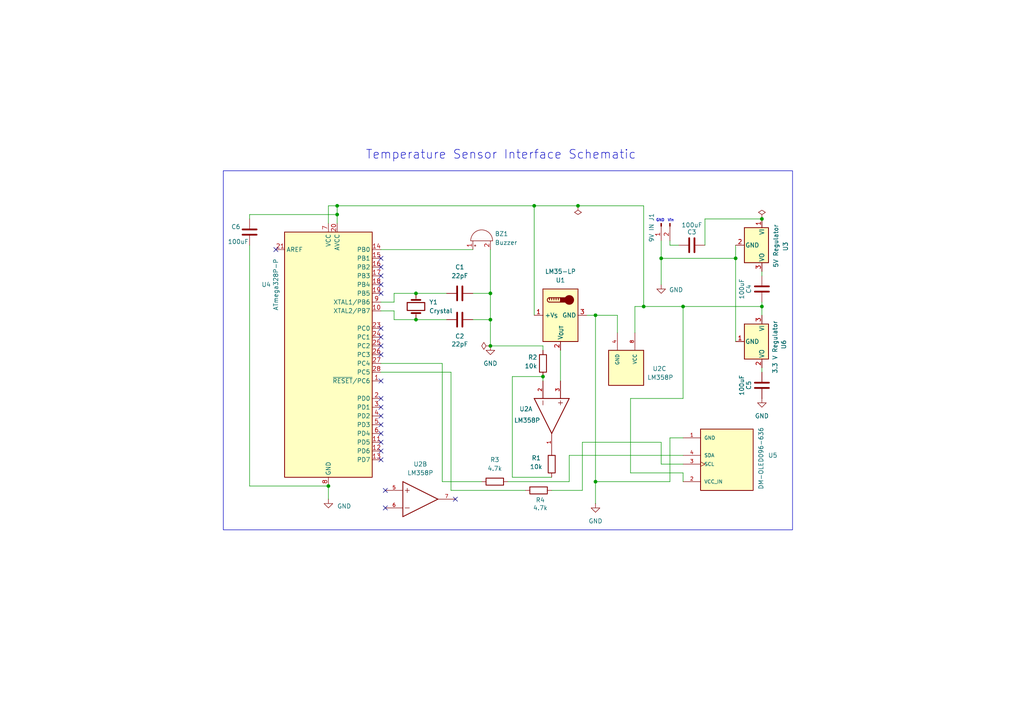
<source format=kicad_sch>
(kicad_sch
	(version 20250114)
	(generator "eeschema")
	(generator_version "9.0")
	(uuid "7e71ec5a-c70e-4403-9c81-ae5c9bc45441")
	(paper "A4")
	(title_block
		(title "Temperature Sensor Interface PCB")
		(date "2025-10-16")
		(rev "1.0.0")
		(company "Lakehead University")
	)
	(lib_symbols
		(symbol "Connector:Conn_01x02_Pin"
			(pin_names
				(offset 1.016)
				(hide yes)
			)
			(exclude_from_sim no)
			(in_bom yes)
			(on_board yes)
			(property "Reference" "J"
				(at 0 2.54 0)
				(effects
					(font
						(size 1.27 1.27)
					)
				)
			)
			(property "Value" "Conn_01x02_Pin"
				(at 0 -5.08 0)
				(effects
					(font
						(size 1.27 1.27)
					)
				)
			)
			(property "Footprint" ""
				(at 0 0 0)
				(effects
					(font
						(size 1.27 1.27)
					)
					(hide yes)
				)
			)
			(property "Datasheet" "~"
				(at 0 0 0)
				(effects
					(font
						(size 1.27 1.27)
					)
					(hide yes)
				)
			)
			(property "Description" "Generic connector, single row, 01x02, script generated"
				(at 0 0 0)
				(effects
					(font
						(size 1.27 1.27)
					)
					(hide yes)
				)
			)
			(property "ki_locked" ""
				(at 0 0 0)
				(effects
					(font
						(size 1.27 1.27)
					)
				)
			)
			(property "ki_keywords" "connector"
				(at 0 0 0)
				(effects
					(font
						(size 1.27 1.27)
					)
					(hide yes)
				)
			)
			(property "ki_fp_filters" "Connector*:*_1x??_*"
				(at 0 0 0)
				(effects
					(font
						(size 1.27 1.27)
					)
					(hide yes)
				)
			)
			(symbol "Conn_01x02_Pin_1_1"
				(rectangle
					(start 0.8636 0.127)
					(end 0 -0.127)
					(stroke
						(width 0.1524)
						(type default)
					)
					(fill
						(type outline)
					)
				)
				(rectangle
					(start 0.8636 -2.413)
					(end 0 -2.667)
					(stroke
						(width 0.1524)
						(type default)
					)
					(fill
						(type outline)
					)
				)
				(polyline
					(pts
						(xy 1.27 0) (xy 0.8636 0)
					)
					(stroke
						(width 0.1524)
						(type default)
					)
					(fill
						(type none)
					)
				)
				(polyline
					(pts
						(xy 1.27 -2.54) (xy 0.8636 -2.54)
					)
					(stroke
						(width 0.1524)
						(type default)
					)
					(fill
						(type none)
					)
				)
				(pin passive line
					(at 5.08 0 180)
					(length 3.81)
					(name "Pin_1"
						(effects
							(font
								(size 1.27 1.27)
							)
						)
					)
					(number "1"
						(effects
							(font
								(size 1.27 1.27)
							)
						)
					)
				)
				(pin passive line
					(at 5.08 -2.54 180)
					(length 3.81)
					(name "Pin_2"
						(effects
							(font
								(size 1.27 1.27)
							)
						)
					)
					(number "2"
						(effects
							(font
								(size 1.27 1.27)
							)
						)
					)
				)
			)
			(embedded_fonts no)
		)
		(symbol "DM-OLED096-636:DM-OLED096-636"
			(pin_names
				(offset 1.016)
			)
			(exclude_from_sim no)
			(in_bom yes)
			(on_board yes)
			(property "Reference" "U"
				(at -7.62 10.922 0)
				(effects
					(font
						(size 1.27 1.27)
					)
					(justify left bottom)
				)
			)
			(property "Value" "DM-OLED096-636"
				(at -7.62 -10.16 0)
				(effects
					(font
						(size 1.27 1.27)
					)
					(justify left bottom)
				)
			)
			(property "Footprint" "DM-OLED096-636:MODULE_DM-OLED096-636"
				(at 1.524 14.732 0)
				(effects
					(font
						(size 1.27 1.27)
					)
					(justify bottom)
					(hide yes)
				)
			)
			(property "Datasheet" ""
				(at 0 0 0)
				(effects
					(font
						(size 1.27 1.27)
					)
					(hide yes)
				)
			)
			(property "Description" ""
				(at 0 0 0)
				(effects
					(font
						(size 1.27 1.27)
					)
					(hide yes)
				)
			)
			(property "MF" "Display Module"
				(at 0 0 0)
				(effects
					(font
						(size 1.27 1.27)
					)
					(justify bottom)
					(hide yes)
				)
			)
			(property "MAXIMUM_PACKAGE_HEIGHT" "11.3 mm"
				(at 0 0 0)
				(effects
					(font
						(size 1.27 1.27)
					)
					(justify bottom)
					(hide yes)
				)
			)
			(property "Package" "Package"
				(at 0 0 0)
				(effects
					(font
						(size 1.27 1.27)
					)
					(justify bottom)
					(hide yes)
				)
			)
			(property "Price" "None"
				(at 0 0 0)
				(effects
					(font
						(size 1.27 1.27)
					)
					(justify bottom)
					(hide yes)
				)
			)
			(property "Check_prices" "https://www.snapeda.com/parts/DM-OLED096-636/Display+Module/view-part/?ref=eda"
				(at 0 0 0)
				(effects
					(font
						(size 1.27 1.27)
					)
					(justify bottom)
					(hide yes)
				)
			)
			(property "STANDARD" "Manufacturer Recommendations"
				(at 0 0 0)
				(effects
					(font
						(size 1.27 1.27)
					)
					(justify bottom)
					(hide yes)
				)
			)
			(property "PARTREV" "2018-09-10"
				(at 0 0 0)
				(effects
					(font
						(size 1.27 1.27)
					)
					(justify bottom)
					(hide yes)
				)
			)
			(property "SnapEDA_Link" "https://www.snapeda.com/parts/DM-OLED096-636/Display+Module/view-part/?ref=snap"
				(at 0 0 0)
				(effects
					(font
						(size 1.27 1.27)
					)
					(justify bottom)
					(hide yes)
				)
			)
			(property "MP" "DM-OLED096-636"
				(at 0 0 0)
				(effects
					(font
						(size 1.27 1.27)
					)
					(justify bottom)
					(hide yes)
				)
			)
			(property "Description_1" "0.96” 128 X 64 MONOCHROME GRAPHIC OLED DISPLAY MODULE - I2C"
				(at 0 0 0)
				(effects
					(font
						(size 1.27 1.27)
					)
					(justify bottom)
					(hide yes)
				)
			)
			(property "Availability" "Not in stock"
				(at 0 0 0)
				(effects
					(font
						(size 1.27 1.27)
					)
					(justify bottom)
					(hide yes)
				)
			)
			(property "MANUFACTURER" "Displaymodule"
				(at 0 0 0)
				(effects
					(font
						(size 1.27 1.27)
					)
					(justify bottom)
					(hide yes)
				)
			)
			(symbol "DM-OLED096-636_0_0"
				(rectangle
					(start -7.62 -7.62)
					(end 7.62 10.16)
					(stroke
						(width 0.254)
						(type default)
					)
					(fill
						(type background)
					)
				)
				(pin power_in line
					(at 12.7 7.62 180)
					(length 5.08)
					(name "VCC_IN"
						(effects
							(font
								(size 1.016 1.016)
							)
						)
					)
					(number "2"
						(effects
							(font
								(size 1.016 1.016)
							)
						)
					)
				)
				(pin input clock
					(at 12.7 2.54 180)
					(length 5.08)
					(name "SCL"
						(effects
							(font
								(size 1.016 1.016)
							)
						)
					)
					(number "3"
						(effects
							(font
								(size 1.016 1.016)
							)
						)
					)
				)
				(pin bidirectional line
					(at 12.7 0 180)
					(length 5.08)
					(name "SDA"
						(effects
							(font
								(size 1.016 1.016)
							)
						)
					)
					(number "4"
						(effects
							(font
								(size 1.016 1.016)
							)
						)
					)
				)
				(pin power_in line
					(at 12.7 -5.08 180)
					(length 5.08)
					(name "GND"
						(effects
							(font
								(size 1.016 1.016)
							)
						)
					)
					(number "1"
						(effects
							(font
								(size 1.016 1.016)
							)
						)
					)
				)
			)
			(embedded_fonts no)
		)
		(symbol "Device:Buzzer"
			(pin_names
				(offset 0.0254)
				(hide yes)
			)
			(exclude_from_sim no)
			(in_bom yes)
			(on_board yes)
			(property "Reference" "BZ"
				(at 3.81 1.27 0)
				(effects
					(font
						(size 1.27 1.27)
					)
					(justify left)
				)
			)
			(property "Value" "Buzzer"
				(at 3.81 -1.27 0)
				(effects
					(font
						(size 1.27 1.27)
					)
					(justify left)
				)
			)
			(property "Footprint" ""
				(at -0.635 2.54 90)
				(effects
					(font
						(size 1.27 1.27)
					)
					(hide yes)
				)
			)
			(property "Datasheet" "~"
				(at -0.635 2.54 90)
				(effects
					(font
						(size 1.27 1.27)
					)
					(hide yes)
				)
			)
			(property "Description" "Buzzer, polarized"
				(at 0 0 0)
				(effects
					(font
						(size 1.27 1.27)
					)
					(hide yes)
				)
			)
			(property "ki_keywords" "quartz resonator ceramic"
				(at 0 0 0)
				(effects
					(font
						(size 1.27 1.27)
					)
					(hide yes)
				)
			)
			(property "ki_fp_filters" "*Buzzer*"
				(at 0 0 0)
				(effects
					(font
						(size 1.27 1.27)
					)
					(hide yes)
				)
			)
			(symbol "Buzzer_0_1"
				(polyline
					(pts
						(xy -1.651 1.905) (xy -1.143 1.905)
					)
					(stroke
						(width 0)
						(type default)
					)
					(fill
						(type none)
					)
				)
				(polyline
					(pts
						(xy -1.397 2.159) (xy -1.397 1.651)
					)
					(stroke
						(width 0)
						(type default)
					)
					(fill
						(type none)
					)
				)
				(arc
					(start 0 3.175)
					(mid 3.1612 0)
					(end 0 -3.175)
					(stroke
						(width 0)
						(type default)
					)
					(fill
						(type none)
					)
				)
				(polyline
					(pts
						(xy 0 3.175) (xy 0 -3.175)
					)
					(stroke
						(width 0)
						(type default)
					)
					(fill
						(type none)
					)
				)
			)
			(symbol "Buzzer_1_1"
				(pin passive line
					(at -2.54 2.54 0)
					(length 2.54)
					(name "+"
						(effects
							(font
								(size 1.27 1.27)
							)
						)
					)
					(number "1"
						(effects
							(font
								(size 1.27 1.27)
							)
						)
					)
				)
				(pin passive line
					(at -2.54 -2.54 0)
					(length 2.54)
					(name "-"
						(effects
							(font
								(size 1.27 1.27)
							)
						)
					)
					(number "2"
						(effects
							(font
								(size 1.27 1.27)
							)
						)
					)
				)
			)
			(embedded_fonts no)
		)
		(symbol "Device:C"
			(pin_numbers
				(hide yes)
			)
			(pin_names
				(offset 0.254)
			)
			(exclude_from_sim no)
			(in_bom yes)
			(on_board yes)
			(property "Reference" "C"
				(at 0.635 2.54 0)
				(effects
					(font
						(size 1.27 1.27)
					)
					(justify left)
				)
			)
			(property "Value" "C"
				(at 0.635 -2.54 0)
				(effects
					(font
						(size 1.27 1.27)
					)
					(justify left)
				)
			)
			(property "Footprint" ""
				(at 0.9652 -3.81 0)
				(effects
					(font
						(size 1.27 1.27)
					)
					(hide yes)
				)
			)
			(property "Datasheet" "~"
				(at 0 0 0)
				(effects
					(font
						(size 1.27 1.27)
					)
					(hide yes)
				)
			)
			(property "Description" "Unpolarized capacitor"
				(at 0 0 0)
				(effects
					(font
						(size 1.27 1.27)
					)
					(hide yes)
				)
			)
			(property "ki_keywords" "cap capacitor"
				(at 0 0 0)
				(effects
					(font
						(size 1.27 1.27)
					)
					(hide yes)
				)
			)
			(property "ki_fp_filters" "C_*"
				(at 0 0 0)
				(effects
					(font
						(size 1.27 1.27)
					)
					(hide yes)
				)
			)
			(symbol "C_0_1"
				(polyline
					(pts
						(xy -2.032 0.762) (xy 2.032 0.762)
					)
					(stroke
						(width 0.508)
						(type default)
					)
					(fill
						(type none)
					)
				)
				(polyline
					(pts
						(xy -2.032 -0.762) (xy 2.032 -0.762)
					)
					(stroke
						(width 0.508)
						(type default)
					)
					(fill
						(type none)
					)
				)
			)
			(symbol "C_1_1"
				(pin passive line
					(at 0 3.81 270)
					(length 2.794)
					(name "~"
						(effects
							(font
								(size 1.27 1.27)
							)
						)
					)
					(number "1"
						(effects
							(font
								(size 1.27 1.27)
							)
						)
					)
				)
				(pin passive line
					(at 0 -3.81 90)
					(length 2.794)
					(name "~"
						(effects
							(font
								(size 1.27 1.27)
							)
						)
					)
					(number "2"
						(effects
							(font
								(size 1.27 1.27)
							)
						)
					)
				)
			)
			(embedded_fonts no)
		)
		(symbol "Device:Crystal"
			(pin_numbers
				(hide yes)
			)
			(pin_names
				(offset 1.016)
				(hide yes)
			)
			(exclude_from_sim no)
			(in_bom yes)
			(on_board yes)
			(property "Reference" "Y"
				(at 0 3.81 0)
				(effects
					(font
						(size 1.27 1.27)
					)
				)
			)
			(property "Value" "Crystal"
				(at 0 -3.81 0)
				(effects
					(font
						(size 1.27 1.27)
					)
				)
			)
			(property "Footprint" ""
				(at 0 0 0)
				(effects
					(font
						(size 1.27 1.27)
					)
					(hide yes)
				)
			)
			(property "Datasheet" "~"
				(at 0 0 0)
				(effects
					(font
						(size 1.27 1.27)
					)
					(hide yes)
				)
			)
			(property "Description" "Two pin crystal"
				(at 0 0 0)
				(effects
					(font
						(size 1.27 1.27)
					)
					(hide yes)
				)
			)
			(property "ki_keywords" "quartz ceramic resonator oscillator"
				(at 0 0 0)
				(effects
					(font
						(size 1.27 1.27)
					)
					(hide yes)
				)
			)
			(property "ki_fp_filters" "Crystal*"
				(at 0 0 0)
				(effects
					(font
						(size 1.27 1.27)
					)
					(hide yes)
				)
			)
			(symbol "Crystal_0_1"
				(polyline
					(pts
						(xy -2.54 0) (xy -1.905 0)
					)
					(stroke
						(width 0)
						(type default)
					)
					(fill
						(type none)
					)
				)
				(polyline
					(pts
						(xy -1.905 -1.27) (xy -1.905 1.27)
					)
					(stroke
						(width 0.508)
						(type default)
					)
					(fill
						(type none)
					)
				)
				(rectangle
					(start -1.143 2.54)
					(end 1.143 -2.54)
					(stroke
						(width 0.3048)
						(type default)
					)
					(fill
						(type none)
					)
				)
				(polyline
					(pts
						(xy 1.905 -1.27) (xy 1.905 1.27)
					)
					(stroke
						(width 0.508)
						(type default)
					)
					(fill
						(type none)
					)
				)
				(polyline
					(pts
						(xy 2.54 0) (xy 1.905 0)
					)
					(stroke
						(width 0)
						(type default)
					)
					(fill
						(type none)
					)
				)
			)
			(symbol "Crystal_1_1"
				(pin passive line
					(at -3.81 0 0)
					(length 1.27)
					(name "1"
						(effects
							(font
								(size 1.27 1.27)
							)
						)
					)
					(number "1"
						(effects
							(font
								(size 1.27 1.27)
							)
						)
					)
				)
				(pin passive line
					(at 3.81 0 180)
					(length 1.27)
					(name "2"
						(effects
							(font
								(size 1.27 1.27)
							)
						)
					)
					(number "2"
						(effects
							(font
								(size 1.27 1.27)
							)
						)
					)
				)
			)
			(embedded_fonts no)
		)
		(symbol "Device:R"
			(pin_numbers
				(hide yes)
			)
			(pin_names
				(offset 0)
			)
			(exclude_from_sim no)
			(in_bom yes)
			(on_board yes)
			(property "Reference" "R"
				(at 2.032 0 90)
				(effects
					(font
						(size 1.27 1.27)
					)
				)
			)
			(property "Value" "R"
				(at 0 0 90)
				(effects
					(font
						(size 1.27 1.27)
					)
				)
			)
			(property "Footprint" ""
				(at -1.778 0 90)
				(effects
					(font
						(size 1.27 1.27)
					)
					(hide yes)
				)
			)
			(property "Datasheet" "~"
				(at 0 0 0)
				(effects
					(font
						(size 1.27 1.27)
					)
					(hide yes)
				)
			)
			(property "Description" "Resistor"
				(at 0 0 0)
				(effects
					(font
						(size 1.27 1.27)
					)
					(hide yes)
				)
			)
			(property "ki_keywords" "R res resistor"
				(at 0 0 0)
				(effects
					(font
						(size 1.27 1.27)
					)
					(hide yes)
				)
			)
			(property "ki_fp_filters" "R_*"
				(at 0 0 0)
				(effects
					(font
						(size 1.27 1.27)
					)
					(hide yes)
				)
			)
			(symbol "R_0_1"
				(rectangle
					(start -1.016 -2.54)
					(end 1.016 2.54)
					(stroke
						(width 0.254)
						(type default)
					)
					(fill
						(type none)
					)
				)
			)
			(symbol "R_1_1"
				(pin passive line
					(at 0 3.81 270)
					(length 1.27)
					(name "~"
						(effects
							(font
								(size 1.27 1.27)
							)
						)
					)
					(number "1"
						(effects
							(font
								(size 1.27 1.27)
							)
						)
					)
				)
				(pin passive line
					(at 0 -3.81 90)
					(length 1.27)
					(name "~"
						(effects
							(font
								(size 1.27 1.27)
							)
						)
					)
					(number "2"
						(effects
							(font
								(size 1.27 1.27)
							)
						)
					)
				)
			)
			(embedded_fonts no)
		)
		(symbol "LM358:LM358P"
			(pin_names
				(offset 1.016)
			)
			(exclude_from_sim no)
			(in_bom yes)
			(on_board yes)
			(property "Reference" "U"
				(at 2.54 3.175 0)
				(effects
					(font
						(size 1.27 1.27)
					)
					(justify left bottom)
				)
			)
			(property "Value" "LM358P"
				(at 2.54 -5.08 0)
				(effects
					(font
						(size 1.27 1.27)
					)
					(justify left bottom)
				)
			)
			(property "Footprint" "DIP794W45P254L959H508Q8"
				(at 0 0 0)
				(effects
					(font
						(size 1.27 1.27)
					)
					(justify left bottom)
					(hide yes)
				)
			)
			(property "Datasheet" ""
				(at 0 0 0)
				(effects
					(font
						(size 1.27 1.27)
					)
					(justify left bottom)
					(hide yes)
				)
			)
			(property "Description" ""
				(at 0 0 0)
				(effects
					(font
						(size 1.27 1.27)
					)
					(hide yes)
				)
			)
			(property "MF" "Texas Instruments"
				(at 0 0 0)
				(effects
					(font
						(size 1.27 1.27)
					)
					(justify left bottom)
					(hide yes)
				)
			)
			(property "MAXIMUM_PACKAGE_HEIGHT" "5.08mm"
				(at 0 0 0)
				(effects
					(font
						(size 1.27 1.27)
					)
					(justify left bottom)
					(hide yes)
				)
			)
			(property "Package" "PDIP-8 Texas"
				(at 0 0 0)
				(effects
					(font
						(size 1.27 1.27)
					)
					(justify left bottom)
					(hide yes)
				)
			)
			(property "Price" "None"
				(at 0 0 0)
				(effects
					(font
						(size 1.27 1.27)
					)
					(justify left bottom)
					(hide yes)
				)
			)
			(property "Check_prices" "https://www.snapeda.com/parts/LM358P/Texas+Instruments/view-part/?ref=eda"
				(at 0 0 0)
				(effects
					(font
						(size 1.27 1.27)
					)
					(justify left bottom)
					(hide yes)
				)
			)
			(property "STANDARD" "IPC 7351B"
				(at 0 0 0)
				(effects
					(font
						(size 1.27 1.27)
					)
					(justify left bottom)
					(hide yes)
				)
			)
			(property "PARTREV" "FEBRUARY 2021"
				(at 0 0 0)
				(effects
					(font
						(size 1.27 1.27)
					)
					(justify left bottom)
					(hide yes)
				)
			)
			(property "SnapEDA_Link" "https://www.snapeda.com/parts/LM358P/Texas+Instruments/view-part/?ref=snap"
				(at 0 0 0)
				(effects
					(font
						(size 1.27 1.27)
					)
					(justify left bottom)
					(hide yes)
				)
			)
			(property "MP" "LM358P"
				(at 0 0 0)
				(effects
					(font
						(size 1.27 1.27)
					)
					(justify left bottom)
					(hide yes)
				)
			)
			(property "Description_1" "\\n                        \\n                            Dual, 30-V, 700-kHz operational amplifier\\n                        \\n"
				(at 0 0 0)
				(effects
					(font
						(size 1.27 1.27)
					)
					(justify left bottom)
					(hide yes)
				)
			)
			(property "Availability" "In Stock"
				(at 0 0 0)
				(effects
					(font
						(size 1.27 1.27)
					)
					(justify left bottom)
					(hide yes)
				)
			)
			(property "MANUFACTURER" "Texas Instruments"
				(at 0 0 0)
				(effects
					(font
						(size 1.27 1.27)
					)
					(justify left bottom)
					(hide yes)
				)
			)
			(property "ki_locked" ""
				(at 0 0 0)
				(effects
					(font
						(size 1.27 1.27)
					)
				)
			)
			(symbol "LM358P_1_0"
				(polyline
					(pts
						(xy -5.08 5.08) (xy -5.08 -5.08)
					)
					(stroke
						(width 0.254)
						(type solid)
					)
					(fill
						(type none)
					)
				)
				(polyline
					(pts
						(xy -5.08 -5.08) (xy 5.08 0)
					)
					(stroke
						(width 0.254)
						(type solid)
					)
					(fill
						(type none)
					)
				)
				(polyline
					(pts
						(xy -4.445 2.54) (xy -3.175 2.54)
					)
					(stroke
						(width 0.1524)
						(type solid)
					)
					(fill
						(type none)
					)
				)
				(polyline
					(pts
						(xy -4.445 -2.54) (xy -3.175 -2.54)
					)
					(stroke
						(width 0.1524)
						(type solid)
					)
					(fill
						(type none)
					)
				)
				(polyline
					(pts
						(xy -3.81 3.175) (xy -3.81 1.905)
					)
					(stroke
						(width 0.1524)
						(type solid)
					)
					(fill
						(type none)
					)
				)
				(polyline
					(pts
						(xy 5.08 0) (xy -5.08 5.08)
					)
					(stroke
						(width 0.254)
						(type solid)
					)
					(fill
						(type none)
					)
				)
				(pin input line
					(at -10.16 2.54 0)
					(length 5.08)
					(name "~"
						(effects
							(font
								(size 1.016 1.016)
							)
						)
					)
					(number "3"
						(effects
							(font
								(size 1.016 1.016)
							)
						)
					)
				)
				(pin input line
					(at -10.16 -2.54 0)
					(length 5.08)
					(name "~"
						(effects
							(font
								(size 1.016 1.016)
							)
						)
					)
					(number "2"
						(effects
							(font
								(size 1.016 1.016)
							)
						)
					)
				)
				(pin output line
					(at 10.16 0 180)
					(length 5.08)
					(name "~"
						(effects
							(font
								(size 1.016 1.016)
							)
						)
					)
					(number "1"
						(effects
							(font
								(size 1.016 1.016)
							)
						)
					)
				)
			)
			(symbol "LM358P_2_0"
				(polyline
					(pts
						(xy -5.08 5.08) (xy -5.08 -5.08)
					)
					(stroke
						(width 0.254)
						(type solid)
					)
					(fill
						(type none)
					)
				)
				(polyline
					(pts
						(xy -5.08 -5.08) (xy 5.08 0)
					)
					(stroke
						(width 0.254)
						(type solid)
					)
					(fill
						(type none)
					)
				)
				(polyline
					(pts
						(xy -4.445 2.54) (xy -3.175 2.54)
					)
					(stroke
						(width 0.1524)
						(type solid)
					)
					(fill
						(type none)
					)
				)
				(polyline
					(pts
						(xy -4.445 -2.54) (xy -3.175 -2.54)
					)
					(stroke
						(width 0.1524)
						(type solid)
					)
					(fill
						(type none)
					)
				)
				(polyline
					(pts
						(xy -3.81 3.175) (xy -3.81 1.905)
					)
					(stroke
						(width 0.1524)
						(type solid)
					)
					(fill
						(type none)
					)
				)
				(polyline
					(pts
						(xy 5.08 0) (xy -5.08 5.08)
					)
					(stroke
						(width 0.254)
						(type solid)
					)
					(fill
						(type none)
					)
				)
				(pin input line
					(at -10.16 2.54 0)
					(length 5.08)
					(name "~"
						(effects
							(font
								(size 1.016 1.016)
							)
						)
					)
					(number "5"
						(effects
							(font
								(size 1.016 1.016)
							)
						)
					)
				)
				(pin input line
					(at -10.16 -2.54 0)
					(length 5.08)
					(name "~"
						(effects
							(font
								(size 1.016 1.016)
							)
						)
					)
					(number "6"
						(effects
							(font
								(size 1.016 1.016)
							)
						)
					)
				)
				(pin output line
					(at 10.16 0 180)
					(length 5.08)
					(name "~"
						(effects
							(font
								(size 1.016 1.016)
							)
						)
					)
					(number "7"
						(effects
							(font
								(size 1.016 1.016)
							)
						)
					)
				)
			)
			(symbol "LM358P_3_0"
				(rectangle
					(start -5.08 -5.08)
					(end 5.08 5.08)
					(stroke
						(width 0.254)
						(type solid)
					)
					(fill
						(type background)
					)
				)
				(pin power_in line
					(at 10.16 2.54 180)
					(length 5.08)
					(name "VCC"
						(effects
							(font
								(size 1.016 1.016)
							)
						)
					)
					(number "8"
						(effects
							(font
								(size 1.016 1.016)
							)
						)
					)
				)
				(pin power_in line
					(at 10.16 -2.54 180)
					(length 5.08)
					(name "GND"
						(effects
							(font
								(size 1.016 1.016)
							)
						)
					)
					(number "4"
						(effects
							(font
								(size 1.016 1.016)
							)
						)
					)
				)
			)
			(embedded_fonts no)
		)
		(symbol "MCU_Microchip_ATmega:ATmega328P-P"
			(exclude_from_sim no)
			(in_bom yes)
			(on_board yes)
			(property "Reference" "U"
				(at -12.7 36.83 0)
				(effects
					(font
						(size 1.27 1.27)
					)
					(justify left bottom)
				)
			)
			(property "Value" "ATmega328P-P"
				(at 2.54 -36.83 0)
				(effects
					(font
						(size 1.27 1.27)
					)
					(justify left top)
				)
			)
			(property "Footprint" "Package_DIP:DIP-28_W7.62mm"
				(at 0 0 0)
				(effects
					(font
						(size 1.27 1.27)
						(italic yes)
					)
					(hide yes)
				)
			)
			(property "Datasheet" "http://ww1.microchip.com/downloads/en/DeviceDoc/ATmega328_P%20AVR%20MCU%20with%20picoPower%20Technology%20Data%20Sheet%2040001984A.pdf"
				(at 0 0 0)
				(effects
					(font
						(size 1.27 1.27)
					)
					(hide yes)
				)
			)
			(property "Description" "20MHz, 32kB Flash, 2kB SRAM, 1kB EEPROM, DIP-28"
				(at 0 0 0)
				(effects
					(font
						(size 1.27 1.27)
					)
					(hide yes)
				)
			)
			(property "ki_keywords" "AVR 8bit Microcontroller MegaAVR PicoPower"
				(at 0 0 0)
				(effects
					(font
						(size 1.27 1.27)
					)
					(hide yes)
				)
			)
			(property "ki_fp_filters" "DIP*W7.62mm*"
				(at 0 0 0)
				(effects
					(font
						(size 1.27 1.27)
					)
					(hide yes)
				)
			)
			(symbol "ATmega328P-P_0_1"
				(rectangle
					(start -12.7 -35.56)
					(end 12.7 35.56)
					(stroke
						(width 0.254)
						(type default)
					)
					(fill
						(type background)
					)
				)
			)
			(symbol "ATmega328P-P_1_1"
				(pin passive line
					(at -15.24 30.48 0)
					(length 2.54)
					(name "AREF"
						(effects
							(font
								(size 1.27 1.27)
							)
						)
					)
					(number "21"
						(effects
							(font
								(size 1.27 1.27)
							)
						)
					)
				)
				(pin power_in line
					(at 0 38.1 270)
					(length 2.54)
					(name "VCC"
						(effects
							(font
								(size 1.27 1.27)
							)
						)
					)
					(number "7"
						(effects
							(font
								(size 1.27 1.27)
							)
						)
					)
				)
				(pin passive line
					(at 0 -38.1 90)
					(length 2.54)
					(hide yes)
					(name "GND"
						(effects
							(font
								(size 1.27 1.27)
							)
						)
					)
					(number "22"
						(effects
							(font
								(size 1.27 1.27)
							)
						)
					)
				)
				(pin power_in line
					(at 0 -38.1 90)
					(length 2.54)
					(name "GND"
						(effects
							(font
								(size 1.27 1.27)
							)
						)
					)
					(number "8"
						(effects
							(font
								(size 1.27 1.27)
							)
						)
					)
				)
				(pin power_in line
					(at 2.54 38.1 270)
					(length 2.54)
					(name "AVCC"
						(effects
							(font
								(size 1.27 1.27)
							)
						)
					)
					(number "20"
						(effects
							(font
								(size 1.27 1.27)
							)
						)
					)
				)
				(pin bidirectional line
					(at 15.24 30.48 180)
					(length 2.54)
					(name "PB0"
						(effects
							(font
								(size 1.27 1.27)
							)
						)
					)
					(number "14"
						(effects
							(font
								(size 1.27 1.27)
							)
						)
					)
				)
				(pin bidirectional line
					(at 15.24 27.94 180)
					(length 2.54)
					(name "PB1"
						(effects
							(font
								(size 1.27 1.27)
							)
						)
					)
					(number "15"
						(effects
							(font
								(size 1.27 1.27)
							)
						)
					)
				)
				(pin bidirectional line
					(at 15.24 25.4 180)
					(length 2.54)
					(name "PB2"
						(effects
							(font
								(size 1.27 1.27)
							)
						)
					)
					(number "16"
						(effects
							(font
								(size 1.27 1.27)
							)
						)
					)
				)
				(pin bidirectional line
					(at 15.24 22.86 180)
					(length 2.54)
					(name "PB3"
						(effects
							(font
								(size 1.27 1.27)
							)
						)
					)
					(number "17"
						(effects
							(font
								(size 1.27 1.27)
							)
						)
					)
				)
				(pin bidirectional line
					(at 15.24 20.32 180)
					(length 2.54)
					(name "PB4"
						(effects
							(font
								(size 1.27 1.27)
							)
						)
					)
					(number "18"
						(effects
							(font
								(size 1.27 1.27)
							)
						)
					)
				)
				(pin bidirectional line
					(at 15.24 17.78 180)
					(length 2.54)
					(name "PB5"
						(effects
							(font
								(size 1.27 1.27)
							)
						)
					)
					(number "19"
						(effects
							(font
								(size 1.27 1.27)
							)
						)
					)
				)
				(pin bidirectional line
					(at 15.24 15.24 180)
					(length 2.54)
					(name "XTAL1/PB6"
						(effects
							(font
								(size 1.27 1.27)
							)
						)
					)
					(number "9"
						(effects
							(font
								(size 1.27 1.27)
							)
						)
					)
				)
				(pin bidirectional line
					(at 15.24 12.7 180)
					(length 2.54)
					(name "XTAL2/PB7"
						(effects
							(font
								(size 1.27 1.27)
							)
						)
					)
					(number "10"
						(effects
							(font
								(size 1.27 1.27)
							)
						)
					)
				)
				(pin bidirectional line
					(at 15.24 7.62 180)
					(length 2.54)
					(name "PC0"
						(effects
							(font
								(size 1.27 1.27)
							)
						)
					)
					(number "23"
						(effects
							(font
								(size 1.27 1.27)
							)
						)
					)
				)
				(pin bidirectional line
					(at 15.24 5.08 180)
					(length 2.54)
					(name "PC1"
						(effects
							(font
								(size 1.27 1.27)
							)
						)
					)
					(number "24"
						(effects
							(font
								(size 1.27 1.27)
							)
						)
					)
				)
				(pin bidirectional line
					(at 15.24 2.54 180)
					(length 2.54)
					(name "PC2"
						(effects
							(font
								(size 1.27 1.27)
							)
						)
					)
					(number "25"
						(effects
							(font
								(size 1.27 1.27)
							)
						)
					)
				)
				(pin bidirectional line
					(at 15.24 0 180)
					(length 2.54)
					(name "PC3"
						(effects
							(font
								(size 1.27 1.27)
							)
						)
					)
					(number "26"
						(effects
							(font
								(size 1.27 1.27)
							)
						)
					)
				)
				(pin bidirectional line
					(at 15.24 -2.54 180)
					(length 2.54)
					(name "PC4"
						(effects
							(font
								(size 1.27 1.27)
							)
						)
					)
					(number "27"
						(effects
							(font
								(size 1.27 1.27)
							)
						)
					)
				)
				(pin bidirectional line
					(at 15.24 -5.08 180)
					(length 2.54)
					(name "PC5"
						(effects
							(font
								(size 1.27 1.27)
							)
						)
					)
					(number "28"
						(effects
							(font
								(size 1.27 1.27)
							)
						)
					)
				)
				(pin bidirectional line
					(at 15.24 -7.62 180)
					(length 2.54)
					(name "~{RESET}/PC6"
						(effects
							(font
								(size 1.27 1.27)
							)
						)
					)
					(number "1"
						(effects
							(font
								(size 1.27 1.27)
							)
						)
					)
				)
				(pin bidirectional line
					(at 15.24 -12.7 180)
					(length 2.54)
					(name "PD0"
						(effects
							(font
								(size 1.27 1.27)
							)
						)
					)
					(number "2"
						(effects
							(font
								(size 1.27 1.27)
							)
						)
					)
				)
				(pin bidirectional line
					(at 15.24 -15.24 180)
					(length 2.54)
					(name "PD1"
						(effects
							(font
								(size 1.27 1.27)
							)
						)
					)
					(number "3"
						(effects
							(font
								(size 1.27 1.27)
							)
						)
					)
				)
				(pin bidirectional line
					(at 15.24 -17.78 180)
					(length 2.54)
					(name "PD2"
						(effects
							(font
								(size 1.27 1.27)
							)
						)
					)
					(number "4"
						(effects
							(font
								(size 1.27 1.27)
							)
						)
					)
				)
				(pin bidirectional line
					(at 15.24 -20.32 180)
					(length 2.54)
					(name "PD3"
						(effects
							(font
								(size 1.27 1.27)
							)
						)
					)
					(number "5"
						(effects
							(font
								(size 1.27 1.27)
							)
						)
					)
				)
				(pin bidirectional line
					(at 15.24 -22.86 180)
					(length 2.54)
					(name "PD4"
						(effects
							(font
								(size 1.27 1.27)
							)
						)
					)
					(number "6"
						(effects
							(font
								(size 1.27 1.27)
							)
						)
					)
				)
				(pin bidirectional line
					(at 15.24 -25.4 180)
					(length 2.54)
					(name "PD5"
						(effects
							(font
								(size 1.27 1.27)
							)
						)
					)
					(number "11"
						(effects
							(font
								(size 1.27 1.27)
							)
						)
					)
				)
				(pin bidirectional line
					(at 15.24 -27.94 180)
					(length 2.54)
					(name "PD6"
						(effects
							(font
								(size 1.27 1.27)
							)
						)
					)
					(number "12"
						(effects
							(font
								(size 1.27 1.27)
							)
						)
					)
				)
				(pin bidirectional line
					(at 15.24 -30.48 180)
					(length 2.54)
					(name "PD7"
						(effects
							(font
								(size 1.27 1.27)
							)
						)
					)
					(number "13"
						(effects
							(font
								(size 1.27 1.27)
							)
						)
					)
				)
			)
			(embedded_fonts no)
		)
		(symbol "Regulator_Linear:AMS1117CD-3.3"
			(pin_names
				(offset 0.254)
			)
			(exclude_from_sim no)
			(in_bom yes)
			(on_board yes)
			(property "Reference" "U"
				(at -3.81 3.175 0)
				(effects
					(font
						(size 1.27 1.27)
					)
				)
			)
			(property "Value" "AMS1117CD-3.3"
				(at 0 3.175 0)
				(effects
					(font
						(size 1.27 1.27)
					)
					(justify left)
				)
			)
			(property "Footprint" "Package_TO_SOT_SMD:TO-252-3_TabPin2"
				(at 0 5.08 0)
				(effects
					(font
						(size 1.27 1.27)
					)
					(hide yes)
				)
			)
			(property "Datasheet" "http://www.advanced-monolithic.com/pdf/ds1117.pdf"
				(at 2.54 -6.35 0)
				(effects
					(font
						(size 1.27 1.27)
					)
					(hide yes)
				)
			)
			(property "Description" "1A Low Dropout regulator, positive, 3.3V fixed output, TO-252"
				(at 0 0 0)
				(effects
					(font
						(size 1.27 1.27)
					)
					(hide yes)
				)
			)
			(property "ki_keywords" "linear regulator ldo fixed positive"
				(at 0 0 0)
				(effects
					(font
						(size 1.27 1.27)
					)
					(hide yes)
				)
			)
			(property "ki_fp_filters" "TO?252*TabPin2*"
				(at 0 0 0)
				(effects
					(font
						(size 1.27 1.27)
					)
					(hide yes)
				)
			)
			(symbol "AMS1117CD-3.3_0_1"
				(rectangle
					(start -5.08 -5.08)
					(end 5.08 1.905)
					(stroke
						(width 0.254)
						(type default)
					)
					(fill
						(type background)
					)
				)
			)
			(symbol "AMS1117CD-3.3_1_1"
				(pin power_in line
					(at -7.62 0 0)
					(length 2.54)
					(name "VI"
						(effects
							(font
								(size 1.27 1.27)
							)
						)
					)
					(number "3"
						(effects
							(font
								(size 1.27 1.27)
							)
						)
					)
				)
				(pin power_in line
					(at 0 -7.62 90)
					(length 2.54)
					(name "GND"
						(effects
							(font
								(size 1.27 1.27)
							)
						)
					)
					(number "1"
						(effects
							(font
								(size 1.27 1.27)
							)
						)
					)
				)
				(pin power_out line
					(at 7.62 0 180)
					(length 2.54)
					(name "VO"
						(effects
							(font
								(size 1.27 1.27)
							)
						)
					)
					(number "2"
						(effects
							(font
								(size 1.27 1.27)
							)
						)
					)
				)
			)
			(embedded_fonts no)
		)
		(symbol "Regulator_Linear:LM7805_TO220"
			(pin_names
				(offset 0.254)
			)
			(exclude_from_sim no)
			(in_bom yes)
			(on_board yes)
			(property "Reference" "U"
				(at -3.81 3.175 0)
				(effects
					(font
						(size 1.27 1.27)
					)
				)
			)
			(property "Value" "LM7805_TO220"
				(at 0 3.175 0)
				(effects
					(font
						(size 1.27 1.27)
					)
					(justify left)
				)
			)
			(property "Footprint" "Package_TO_SOT_THT:TO-220-3_Vertical"
				(at 0 5.715 0)
				(effects
					(font
						(size 1.27 1.27)
						(italic yes)
					)
					(hide yes)
				)
			)
			(property "Datasheet" "https://www.onsemi.cn/PowerSolutions/document/MC7800-D.PDF"
				(at 0 -1.27 0)
				(effects
					(font
						(size 1.27 1.27)
					)
					(hide yes)
				)
			)
			(property "Description" "Positive 1A 35V Linear Regulator, Fixed Output 5V, TO-220"
				(at 0 0 0)
				(effects
					(font
						(size 1.27 1.27)
					)
					(hide yes)
				)
			)
			(property "ki_keywords" "Voltage Regulator 1A Positive"
				(at 0 0 0)
				(effects
					(font
						(size 1.27 1.27)
					)
					(hide yes)
				)
			)
			(property "ki_fp_filters" "TO?220*"
				(at 0 0 0)
				(effects
					(font
						(size 1.27 1.27)
					)
					(hide yes)
				)
			)
			(symbol "LM7805_TO220_0_1"
				(rectangle
					(start -5.08 1.905)
					(end 5.08 -5.08)
					(stroke
						(width 0.254)
						(type default)
					)
					(fill
						(type background)
					)
				)
			)
			(symbol "LM7805_TO220_1_1"
				(pin power_in line
					(at -7.62 0 0)
					(length 2.54)
					(name "VI"
						(effects
							(font
								(size 1.27 1.27)
							)
						)
					)
					(number "1"
						(effects
							(font
								(size 1.27 1.27)
							)
						)
					)
				)
				(pin power_in line
					(at 0 -7.62 90)
					(length 2.54)
					(name "GND"
						(effects
							(font
								(size 1.27 1.27)
							)
						)
					)
					(number "2"
						(effects
							(font
								(size 1.27 1.27)
							)
						)
					)
				)
				(pin power_out line
					(at 7.62 0 180)
					(length 2.54)
					(name "VO"
						(effects
							(font
								(size 1.27 1.27)
							)
						)
					)
					(number "3"
						(effects
							(font
								(size 1.27 1.27)
							)
						)
					)
				)
			)
			(embedded_fonts no)
		)
		(symbol "Sensor_Temperature:LM35-LP"
			(exclude_from_sim no)
			(in_bom yes)
			(on_board yes)
			(property "Reference" "U"
				(at -6.35 6.35 0)
				(effects
					(font
						(size 1.27 1.27)
					)
				)
			)
			(property "Value" "LM35-LP"
				(at 1.27 6.35 0)
				(effects
					(font
						(size 1.27 1.27)
					)
					(justify left)
				)
			)
			(property "Footprint" "Package_TO_SOT_THT:TO-92_Inline"
				(at 1.27 -6.35 0)
				(effects
					(font
						(size 1.27 1.27)
					)
					(justify left)
					(hide yes)
				)
			)
			(property "Datasheet" "http://www.ti.com/lit/ds/symlink/lm35.pdf"
				(at 0 0 0)
				(effects
					(font
						(size 1.27 1.27)
					)
					(hide yes)
				)
			)
			(property "Description" "Precision centigrade temperature sensor, TO-92"
				(at 0 0 0)
				(effects
					(font
						(size 1.27 1.27)
					)
					(hide yes)
				)
			)
			(property "ki_keywords" "temperature sensor thermistor"
				(at 0 0 0)
				(effects
					(font
						(size 1.27 1.27)
					)
					(hide yes)
				)
			)
			(property "ki_fp_filters" "TO?92*"
				(at 0 0 0)
				(effects
					(font
						(size 1.27 1.27)
					)
					(hide yes)
				)
			)
			(symbol "LM35-LP_0_1"
				(rectangle
					(start -7.62 5.08)
					(end 7.62 -5.08)
					(stroke
						(width 0.254)
						(type default)
					)
					(fill
						(type background)
					)
				)
				(polyline
					(pts
						(xy -5.08 3.175) (xy -5.08 0)
					)
					(stroke
						(width 0.254)
						(type default)
					)
					(fill
						(type none)
					)
				)
				(polyline
					(pts
						(xy -5.08 3.175) (xy -4.445 3.175)
					)
					(stroke
						(width 0.254)
						(type default)
					)
					(fill
						(type none)
					)
				)
				(polyline
					(pts
						(xy -5.08 2.54) (xy -4.445 2.54)
					)
					(stroke
						(width 0.254)
						(type default)
					)
					(fill
						(type none)
					)
				)
				(polyline
					(pts
						(xy -5.08 1.905) (xy -4.445 1.905)
					)
					(stroke
						(width 0.254)
						(type default)
					)
					(fill
						(type none)
					)
				)
				(polyline
					(pts
						(xy -5.08 1.27) (xy -4.445 1.27)
					)
					(stroke
						(width 0.254)
						(type default)
					)
					(fill
						(type none)
					)
				)
				(polyline
					(pts
						(xy -5.08 0.635) (xy -4.445 0.635)
					)
					(stroke
						(width 0.254)
						(type default)
					)
					(fill
						(type none)
					)
				)
				(arc
					(start -5.08 3.175)
					(mid -4.445 3.8073)
					(end -3.81 3.175)
					(stroke
						(width 0.254)
						(type default)
					)
					(fill
						(type none)
					)
				)
				(circle
					(center -4.445 -2.54)
					(radius 1.27)
					(stroke
						(width 0.254)
						(type default)
					)
					(fill
						(type outline)
					)
				)
				(polyline
					(pts
						(xy -3.81 3.175) (xy -3.81 0)
					)
					(stroke
						(width 0.254)
						(type default)
					)
					(fill
						(type none)
					)
				)
				(rectangle
					(start -3.81 -1.905)
					(end -5.08 0)
					(stroke
						(width 0.254)
						(type default)
					)
					(fill
						(type outline)
					)
				)
			)
			(symbol "LM35-LP_1_1"
				(pin power_in line
					(at 0 7.62 270)
					(length 2.54)
					(name "+V_{S}"
						(effects
							(font
								(size 1.27 1.27)
							)
						)
					)
					(number "1"
						(effects
							(font
								(size 1.27 1.27)
							)
						)
					)
				)
				(pin power_in line
					(at 0 -7.62 90)
					(length 2.54)
					(name "GND"
						(effects
							(font
								(size 1.27 1.27)
							)
						)
					)
					(number "3"
						(effects
							(font
								(size 1.27 1.27)
							)
						)
					)
				)
				(pin output line
					(at 10.16 0 180)
					(length 2.54)
					(name "V_{OUT}"
						(effects
							(font
								(size 1.27 1.27)
							)
						)
					)
					(number "2"
						(effects
							(font
								(size 1.27 1.27)
							)
						)
					)
				)
			)
			(embedded_fonts no)
		)
		(symbol "power:GND"
			(power)
			(pin_numbers
				(hide yes)
			)
			(pin_names
				(offset 0)
				(hide yes)
			)
			(exclude_from_sim no)
			(in_bom yes)
			(on_board yes)
			(property "Reference" "#PWR"
				(at 0 -6.35 0)
				(effects
					(font
						(size 1.27 1.27)
					)
					(hide yes)
				)
			)
			(property "Value" "GND"
				(at 0 -3.81 0)
				(effects
					(font
						(size 1.27 1.27)
					)
				)
			)
			(property "Footprint" ""
				(at 0 0 0)
				(effects
					(font
						(size 1.27 1.27)
					)
					(hide yes)
				)
			)
			(property "Datasheet" ""
				(at 0 0 0)
				(effects
					(font
						(size 1.27 1.27)
					)
					(hide yes)
				)
			)
			(property "Description" "Power symbol creates a global label with name \"GND\" , ground"
				(at 0 0 0)
				(effects
					(font
						(size 1.27 1.27)
					)
					(hide yes)
				)
			)
			(property "ki_keywords" "global power"
				(at 0 0 0)
				(effects
					(font
						(size 1.27 1.27)
					)
					(hide yes)
				)
			)
			(symbol "GND_0_1"
				(polyline
					(pts
						(xy 0 0) (xy 0 -1.27) (xy 1.27 -1.27) (xy 0 -2.54) (xy -1.27 -1.27) (xy 0 -1.27)
					)
					(stroke
						(width 0)
						(type default)
					)
					(fill
						(type none)
					)
				)
			)
			(symbol "GND_1_1"
				(pin power_in line
					(at 0 0 270)
					(length 0)
					(name "~"
						(effects
							(font
								(size 1.27 1.27)
							)
						)
					)
					(number "1"
						(effects
							(font
								(size 1.27 1.27)
							)
						)
					)
				)
			)
			(embedded_fonts no)
		)
		(symbol "power:PWR_FLAG"
			(power)
			(pin_numbers
				(hide yes)
			)
			(pin_names
				(offset 0)
				(hide yes)
			)
			(exclude_from_sim no)
			(in_bom yes)
			(on_board yes)
			(property "Reference" "#FLG"
				(at 0 1.905 0)
				(effects
					(font
						(size 1.27 1.27)
					)
					(hide yes)
				)
			)
			(property "Value" "PWR_FLAG"
				(at 0 3.81 0)
				(effects
					(font
						(size 1.27 1.27)
					)
				)
			)
			(property "Footprint" ""
				(at 0 0 0)
				(effects
					(font
						(size 1.27 1.27)
					)
					(hide yes)
				)
			)
			(property "Datasheet" "~"
				(at 0 0 0)
				(effects
					(font
						(size 1.27 1.27)
					)
					(hide yes)
				)
			)
			(property "Description" "Special symbol for telling ERC where power comes from"
				(at 0 0 0)
				(effects
					(font
						(size 1.27 1.27)
					)
					(hide yes)
				)
			)
			(property "ki_keywords" "flag power"
				(at 0 0 0)
				(effects
					(font
						(size 1.27 1.27)
					)
					(hide yes)
				)
			)
			(symbol "PWR_FLAG_0_0"
				(pin power_out line
					(at 0 0 90)
					(length 0)
					(name "~"
						(effects
							(font
								(size 1.27 1.27)
							)
						)
					)
					(number "1"
						(effects
							(font
								(size 1.27 1.27)
							)
						)
					)
				)
			)
			(symbol "PWR_FLAG_0_1"
				(polyline
					(pts
						(xy 0 0) (xy 0 1.27) (xy -1.016 1.905) (xy 0 2.54) (xy 1.016 1.905) (xy 0 1.27)
					)
					(stroke
						(width 0)
						(type default)
					)
					(fill
						(type none)
					)
				)
			)
			(embedded_fonts no)
		)
	)
	(rectangle
		(start 64.77 49.53)
		(end 229.87 153.67)
		(stroke
			(width 0)
			(type default)
		)
		(fill
			(type none)
		)
		(uuid b7bd59ee-a6d1-426a-aea1-0fbf3acd245a)
	)
	(text "Temperature Sensor Interface Schematic"
		(exclude_from_sim no)
		(at 145.288 44.958 0)
		(effects
			(font
				(size 2.54 2.54)
			)
		)
		(uuid "32bfad22-f163-4879-bedc-e4f6b5cb8889")
	)
	(text "Vin"
		(exclude_from_sim no)
		(at 194.564 64.008 0)
		(effects
			(font
				(size 0.762 0.762)
			)
		)
		(uuid "aced462d-a2b9-4003-8555-f8211a7fcb92")
	)
	(text "GND\n"
		(exclude_from_sim no)
		(at 191.516 64.008 0)
		(effects
			(font
				(size 0.762 0.762)
			)
		)
		(uuid "cf900e28-3b6b-4f61-ac2e-0f02dafbe18e")
	)
	(junction
		(at 157.48 109.22)
		(diameter 0)
		(color 0 0 0 0)
		(uuid "1e6ffc14-df72-4325-b95e-62fd9b39586c")
	)
	(junction
		(at 198.12 88.9)
		(diameter 0)
		(color 0 0 0 0)
		(uuid "26569142-e939-4de7-917f-f31fb57f88fb")
	)
	(junction
		(at 154.94 59.69)
		(diameter 0)
		(color 0 0 0 0)
		(uuid "4f810c70-ebb3-442e-a71f-757f408ea8c7")
	)
	(junction
		(at 191.77 74.93)
		(diameter 0)
		(color 0 0 0 0)
		(uuid "5f9f0203-27a2-4075-a76c-02e93c8ab038")
	)
	(junction
		(at 220.98 63.5)
		(diameter 0)
		(color 0 0 0 0)
		(uuid "662fb7f9-9381-4016-b1a1-6cf7e136b4a1")
	)
	(junction
		(at 172.72 91.44)
		(diameter 0)
		(color 0 0 0 0)
		(uuid "6a63d1b4-52a8-408a-9df8-d3de5e94ad94")
	)
	(junction
		(at 97.79 62.23)
		(diameter 0)
		(color 0 0 0 0)
		(uuid "81f4c837-b788-4cfd-8241-79dd39b529d4")
	)
	(junction
		(at 142.24 92.71)
		(diameter 0)
		(color 0 0 0 0)
		(uuid "837cd192-3996-40e5-b031-4c5fc13c23b0")
	)
	(junction
		(at 172.72 139.7)
		(diameter 0)
		(color 0 0 0 0)
		(uuid "a6bb3591-78d9-4a75-a048-6171910b8f84")
	)
	(junction
		(at 142.24 85.09)
		(diameter 0)
		(color 0 0 0 0)
		(uuid "a89d185e-1a7f-445a-845a-ad1355843de5")
	)
	(junction
		(at 120.65 85.09)
		(diameter 0)
		(color 0 0 0 0)
		(uuid "b572b536-9334-4ad8-b81e-ef50cfa201d8")
	)
	(junction
		(at 220.98 88.9)
		(diameter 0)
		(color 0 0 0 0)
		(uuid "c16b1c04-e936-4c6a-8011-cb69f33c18d5")
	)
	(junction
		(at 95.25 140.97)
		(diameter 0)
		(color 0 0 0 0)
		(uuid "c8d38de0-9d06-443a-939c-6ef330916f8c")
	)
	(junction
		(at 142.24 100.33)
		(diameter 0)
		(color 0 0 0 0)
		(uuid "cbf39624-fd07-4950-8378-3385e9abf2d2")
	)
	(junction
		(at 186.69 88.9)
		(diameter 0)
		(color 0 0 0 0)
		(uuid "cda1d9ee-4422-4ae1-bc3a-a0934299b52a")
	)
	(junction
		(at 97.79 59.69)
		(diameter 0)
		(color 0 0 0 0)
		(uuid "cf1bc67f-c782-4b59-bfd6-883878728fb7")
	)
	(junction
		(at 167.64 59.69)
		(diameter 0)
		(color 0 0 0 0)
		(uuid "d6074ffc-04a6-4d5a-94dd-223e85492cc3")
	)
	(junction
		(at 213.36 74.93)
		(diameter 0)
		(color 0 0 0 0)
		(uuid "dbf2f5ab-35bf-4637-a640-4c02a7b46332")
	)
	(junction
		(at 120.65 92.71)
		(diameter 0)
		(color 0 0 0 0)
		(uuid "f956d9e9-98fc-4aec-9792-3ea562cb7b0b")
	)
	(no_connect
		(at 110.49 97.79)
		(uuid "0827c545-4ae2-403a-b6f2-f837a5d38309")
	)
	(no_connect
		(at 110.49 77.47)
		(uuid "0a37d948-7695-4fe1-8bff-c0642075579c")
	)
	(no_connect
		(at 111.76 147.32)
		(uuid "0ab78df8-baa7-45e3-b018-e547ddacd988")
	)
	(no_connect
		(at 110.49 133.35)
		(uuid "214dbbfb-d3a0-49ad-ba7e-9dbf10d77ee6")
	)
	(no_connect
		(at 110.49 74.93)
		(uuid "3687d58a-b870-4e74-b12d-4cdfc5e119b3")
	)
	(no_connect
		(at 110.49 115.57)
		(uuid "44cfcacd-6356-4c58-bf34-8ba5e153e3a9")
	)
	(no_connect
		(at 80.01 72.39)
		(uuid "459be659-f3d8-41a0-8e1c-98ea3bc791f6")
	)
	(no_connect
		(at 111.76 142.24)
		(uuid "52f5279a-2961-4318-b103-0db0ce497555")
	)
	(no_connect
		(at 110.49 125.73)
		(uuid "5d21667e-84ce-4bf6-b06e-6316326a24e3")
	)
	(no_connect
		(at 110.49 100.33)
		(uuid "7f0b80f9-d46d-442d-99f6-17027db7f6d5")
	)
	(no_connect
		(at 110.49 80.01)
		(uuid "8a268d58-9882-41f6-9505-c32fa4e8ef4f")
	)
	(no_connect
		(at 110.49 128.27)
		(uuid "8f2daa66-8beb-4624-b3d2-cafbbd2de986")
	)
	(no_connect
		(at 110.49 82.55)
		(uuid "9c5b81ff-ad89-48b7-b75c-eda78f7371b6")
	)
	(no_connect
		(at 110.49 95.25)
		(uuid "a5b85e8c-0404-4a79-8f6f-10a88fd4f105")
	)
	(no_connect
		(at 110.49 120.65)
		(uuid "a669bec7-8359-4e07-a7b3-ce74ffa8c8e6")
	)
	(no_connect
		(at 110.49 118.11)
		(uuid "a7260706-6a74-44b9-a515-c2ac9031c1f8")
	)
	(no_connect
		(at 110.49 130.81)
		(uuid "a8fc4bc4-33e9-4808-8809-fa13b9a9caf2")
	)
	(no_connect
		(at 132.08 144.78)
		(uuid "cb55d367-44b3-4b90-a0d6-97ebcf6d2348")
	)
	(no_connect
		(at 110.49 102.87)
		(uuid "dc8f9d09-b853-4b75-99f7-1db291e2914f")
	)
	(no_connect
		(at 110.49 123.19)
		(uuid "e4e1264b-79f7-47c6-a9f8-0b75a45e3e34")
	)
	(no_connect
		(at 110.49 110.49)
		(uuid "fa6da872-a3d5-406c-b7be-0021702b439c")
	)
	(no_connect
		(at 110.49 85.09)
		(uuid "feee6071-99a7-4156-9901-7f9882065e91")
	)
	(wire
		(pts
			(xy 142.24 92.71) (xy 142.24 100.33)
		)
		(stroke
			(width 0)
			(type default)
		)
		(uuid "071242c1-c3eb-4742-a430-9404cfc5c797")
	)
	(wire
		(pts
			(xy 172.72 139.7) (xy 172.72 146.05)
		)
		(stroke
			(width 0)
			(type default)
		)
		(uuid "08aa2382-d371-4936-9a92-8de5a0657fc7")
	)
	(wire
		(pts
			(xy 204.47 63.5) (xy 220.98 63.5)
		)
		(stroke
			(width 0)
			(type default)
		)
		(uuid "1248519b-b22c-46e5-bea7-4b91722a7664")
	)
	(wire
		(pts
			(xy 194.31 71.12) (xy 194.31 69.85)
		)
		(stroke
			(width 0)
			(type default)
		)
		(uuid "12965039-68aa-4640-8681-5d68ed5a0c73")
	)
	(wire
		(pts
			(xy 198.12 137.16) (xy 182.88 137.16)
		)
		(stroke
			(width 0)
			(type default)
		)
		(uuid "15a6e082-b811-4200-ba33-b428474411f7")
	)
	(wire
		(pts
			(xy 194.31 139.7) (xy 194.31 127)
		)
		(stroke
			(width 0)
			(type default)
		)
		(uuid "15c00445-b814-4bb0-8b1f-593ae8b1b62c")
	)
	(wire
		(pts
			(xy 148.59 138.43) (xy 148.59 109.22)
		)
		(stroke
			(width 0)
			(type default)
		)
		(uuid "186a6b97-0905-4879-bbd8-40a06c35021a")
	)
	(wire
		(pts
			(xy 130.81 107.95) (xy 130.81 142.24)
		)
		(stroke
			(width 0)
			(type default)
		)
		(uuid "19201d85-e90f-46c4-b93a-dfa8795852ca")
	)
	(wire
		(pts
			(xy 168.91 128.27) (xy 168.91 142.24)
		)
		(stroke
			(width 0)
			(type default)
		)
		(uuid "1ba61884-2267-4f48-9c27-9256d5c319d2")
	)
	(wire
		(pts
			(xy 114.3 92.71) (xy 114.3 90.17)
		)
		(stroke
			(width 0)
			(type default)
		)
		(uuid "1dedbb45-6ed0-4634-8f27-b020fb69664c")
	)
	(wire
		(pts
			(xy 165.1 132.08) (xy 165.1 139.7)
		)
		(stroke
			(width 0)
			(type default)
		)
		(uuid "1e4249fa-19ea-411f-8e7d-17cf4fc70f20")
	)
	(wire
		(pts
			(xy 72.39 63.5) (xy 72.39 62.23)
		)
		(stroke
			(width 0)
			(type default)
		)
		(uuid "1ed40d2a-1e24-425e-8a65-ab74cebf480e")
	)
	(wire
		(pts
			(xy 95.25 144.78) (xy 95.25 140.97)
		)
		(stroke
			(width 0)
			(type default)
		)
		(uuid "2861d51d-2dee-489b-ad47-de443a9ec465")
	)
	(wire
		(pts
			(xy 198.12 139.7) (xy 198.12 137.16)
		)
		(stroke
			(width 0)
			(type default)
		)
		(uuid "2c091286-c451-4066-a9b8-9a2908d8c363")
	)
	(wire
		(pts
			(xy 198.12 115.57) (xy 198.12 88.9)
		)
		(stroke
			(width 0)
			(type default)
		)
		(uuid "2c381e06-61d4-4c09-b8d1-9dc974bb3a3f")
	)
	(wire
		(pts
			(xy 137.16 92.71) (xy 142.24 92.71)
		)
		(stroke
			(width 0)
			(type default)
		)
		(uuid "2e76ef8b-31ad-4e59-8657-e050a231ffda")
	)
	(wire
		(pts
			(xy 157.48 100.33) (xy 157.48 101.6)
		)
		(stroke
			(width 0)
			(type default)
		)
		(uuid "2efbc3cb-f727-4213-8019-d8c790fd1b91")
	)
	(wire
		(pts
			(xy 114.3 87.63) (xy 114.3 85.09)
		)
		(stroke
			(width 0)
			(type default)
		)
		(uuid "34814f34-e65f-4e24-9963-b56cf1f710c1")
	)
	(wire
		(pts
			(xy 128.27 105.41) (xy 110.49 105.41)
		)
		(stroke
			(width 0)
			(type default)
		)
		(uuid "37bfbd9f-d03f-4d62-a4f4-edd3a2ee22b5")
	)
	(wire
		(pts
			(xy 114.3 85.09) (xy 120.65 85.09)
		)
		(stroke
			(width 0)
			(type default)
		)
		(uuid "3d7c3240-d644-434a-85af-273e6231b132")
	)
	(wire
		(pts
			(xy 165.1 139.7) (xy 147.32 139.7)
		)
		(stroke
			(width 0)
			(type default)
		)
		(uuid "3e083410-4b2a-4004-9b08-973aa0efa04e")
	)
	(wire
		(pts
			(xy 110.49 107.95) (xy 130.81 107.95)
		)
		(stroke
			(width 0)
			(type default)
		)
		(uuid "43075e3b-8a72-4a4a-8a45-9c0a67bdd20d")
	)
	(wire
		(pts
			(xy 198.12 134.62) (xy 191.77 134.62)
		)
		(stroke
			(width 0)
			(type default)
		)
		(uuid "43db3785-cf66-4699-95a6-4fd95d6876fb")
	)
	(wire
		(pts
			(xy 160.02 138.43) (xy 148.59 138.43)
		)
		(stroke
			(width 0)
			(type default)
		)
		(uuid "4a767ecb-1326-4360-9280-a32dac92bcf1")
	)
	(wire
		(pts
			(xy 220.98 87.63) (xy 220.98 88.9)
		)
		(stroke
			(width 0)
			(type default)
		)
		(uuid "4ce8bca8-6d05-4a9c-a135-60f19fcd1d40")
	)
	(wire
		(pts
			(xy 186.69 88.9) (xy 198.12 88.9)
		)
		(stroke
			(width 0)
			(type default)
		)
		(uuid "523f047a-7ead-4476-bb96-ec8ea58cd608")
	)
	(wire
		(pts
			(xy 95.25 59.69) (xy 97.79 59.69)
		)
		(stroke
			(width 0)
			(type default)
		)
		(uuid "53ad7526-5ee5-4c8d-86d2-60d081d805df")
	)
	(wire
		(pts
			(xy 213.36 74.93) (xy 213.36 99.06)
		)
		(stroke
			(width 0)
			(type default)
		)
		(uuid "5743f1e5-0bba-4cf2-ab04-3b0f36bb77c9")
	)
	(wire
		(pts
			(xy 137.16 85.09) (xy 142.24 85.09)
		)
		(stroke
			(width 0)
			(type default)
		)
		(uuid "58dc04e0-accf-446d-8718-5cd599d5fb4d")
	)
	(wire
		(pts
			(xy 142.24 85.09) (xy 142.24 92.71)
		)
		(stroke
			(width 0)
			(type default)
		)
		(uuid "5b55e401-0f42-495c-9e5e-d01f55b05f34")
	)
	(wire
		(pts
			(xy 165.1 132.08) (xy 198.12 132.08)
		)
		(stroke
			(width 0)
			(type default)
		)
		(uuid "5defc488-e1ce-41e3-8ec7-f00812d38c05")
	)
	(wire
		(pts
			(xy 142.24 72.39) (xy 142.24 85.09)
		)
		(stroke
			(width 0)
			(type default)
		)
		(uuid "63448136-5aa5-4e48-8261-ef7a52b0ed24")
	)
	(wire
		(pts
			(xy 97.79 59.69) (xy 154.94 59.69)
		)
		(stroke
			(width 0)
			(type default)
		)
		(uuid "667b89ac-4beb-40aa-8d12-37086c23962d")
	)
	(wire
		(pts
			(xy 120.65 92.71) (xy 114.3 92.71)
		)
		(stroke
			(width 0)
			(type default)
		)
		(uuid "675cf076-7c30-4afe-8ebb-bac4da33e8ff")
	)
	(wire
		(pts
			(xy 191.77 69.85) (xy 191.77 74.93)
		)
		(stroke
			(width 0)
			(type default)
		)
		(uuid "6dd5b48b-89f1-4b2c-b4d7-b299a5e0bd98")
	)
	(wire
		(pts
			(xy 213.36 74.93) (xy 213.36 71.12)
		)
		(stroke
			(width 0)
			(type default)
		)
		(uuid "6e535fb2-3f6b-4fec-9729-8c7cb2fbeee8")
	)
	(wire
		(pts
			(xy 148.59 109.22) (xy 157.48 109.22)
		)
		(stroke
			(width 0)
			(type default)
		)
		(uuid "6f45d56b-d678-4ca3-b2c7-b18f2c7d8443")
	)
	(wire
		(pts
			(xy 72.39 140.97) (xy 95.25 140.97)
		)
		(stroke
			(width 0)
			(type default)
		)
		(uuid "7a2b8adc-fdb7-4711-9a5a-75eb2db6f35a")
	)
	(wire
		(pts
			(xy 170.18 91.44) (xy 172.72 91.44)
		)
		(stroke
			(width 0)
			(type default)
		)
		(uuid "7f6a1085-8acd-4640-929d-ac0d69fb2c28")
	)
	(wire
		(pts
			(xy 186.69 59.69) (xy 186.69 88.9)
		)
		(stroke
			(width 0)
			(type default)
		)
		(uuid "803461a4-5879-4926-87e1-6e539f018dcf")
	)
	(wire
		(pts
			(xy 220.98 106.68) (xy 220.98 107.95)
		)
		(stroke
			(width 0)
			(type default)
		)
		(uuid "8270b0a3-ccc1-4db3-9e37-b4804ce5306e")
	)
	(wire
		(pts
			(xy 220.98 88.9) (xy 220.98 91.44)
		)
		(stroke
			(width 0)
			(type default)
		)
		(uuid "8bc896c0-163c-435d-ba94-82ab0d542f7e")
	)
	(wire
		(pts
			(xy 72.39 62.23) (xy 97.79 62.23)
		)
		(stroke
			(width 0)
			(type default)
		)
		(uuid "8d8bfe47-41f8-4407-a6e5-12ea888dbf22")
	)
	(wire
		(pts
			(xy 160.02 142.24) (xy 168.91 142.24)
		)
		(stroke
			(width 0)
			(type default)
		)
		(uuid "8e9c0567-1456-481d-a996-558c2552641b")
	)
	(wire
		(pts
			(xy 182.88 115.57) (xy 198.12 115.57)
		)
		(stroke
			(width 0)
			(type default)
		)
		(uuid "8f8dde3d-67f3-4455-83d1-3f5ad147d988")
	)
	(wire
		(pts
			(xy 95.25 64.77) (xy 95.25 59.69)
		)
		(stroke
			(width 0)
			(type default)
		)
		(uuid "90b806b5-4f72-4359-b4ac-c6c69959bac7")
	)
	(wire
		(pts
			(xy 191.77 74.93) (xy 213.36 74.93)
		)
		(stroke
			(width 0)
			(type default)
		)
		(uuid "99cec221-96c6-42fc-8916-44f116ef9c8e")
	)
	(wire
		(pts
			(xy 196.85 71.12) (xy 194.31 71.12)
		)
		(stroke
			(width 0)
			(type default)
		)
		(uuid "9c901bbc-dc9a-46e3-b073-889961f6f9b1")
	)
	(wire
		(pts
			(xy 172.72 91.44) (xy 179.07 91.44)
		)
		(stroke
			(width 0)
			(type default)
		)
		(uuid "9cb6ce21-c5fe-4af2-be7d-22f9c9e2ffc5")
	)
	(wire
		(pts
			(xy 97.79 59.69) (xy 97.79 62.23)
		)
		(stroke
			(width 0)
			(type default)
		)
		(uuid "9d3db4fd-ea8c-4aa4-9206-7c3630347f83")
	)
	(wire
		(pts
			(xy 154.94 59.69) (xy 167.64 59.69)
		)
		(stroke
			(width 0)
			(type default)
		)
		(uuid "a34eb7eb-7407-4fa2-aff5-23b9c39b8f64")
	)
	(wire
		(pts
			(xy 128.27 139.7) (xy 128.27 105.41)
		)
		(stroke
			(width 0)
			(type default)
		)
		(uuid "a49400d9-f623-48f2-a677-b955d9a27617")
	)
	(wire
		(pts
			(xy 220.98 78.74) (xy 220.98 80.01)
		)
		(stroke
			(width 0)
			(type default)
		)
		(uuid "a63c0e87-be6c-4199-95d5-77d6a05186a1")
	)
	(wire
		(pts
			(xy 167.64 59.69) (xy 186.69 59.69)
		)
		(stroke
			(width 0)
			(type default)
		)
		(uuid "b211bebc-17fb-4a29-ac02-9f765c8ec666")
	)
	(wire
		(pts
			(xy 172.72 91.44) (xy 172.72 139.7)
		)
		(stroke
			(width 0)
			(type default)
		)
		(uuid "b524128b-6b0b-48ef-8fbb-c6ccced26def")
	)
	(wire
		(pts
			(xy 168.91 128.27) (xy 191.77 128.27)
		)
		(stroke
			(width 0)
			(type default)
		)
		(uuid "b7848f04-fbbb-4214-9a8a-5c33099eb7c9")
	)
	(wire
		(pts
			(xy 120.65 92.71) (xy 129.54 92.71)
		)
		(stroke
			(width 0)
			(type default)
		)
		(uuid "b7c335af-efcf-45db-9605-9da897740562")
	)
	(wire
		(pts
			(xy 204.47 71.12) (xy 204.47 63.5)
		)
		(stroke
			(width 0)
			(type default)
		)
		(uuid "bb51ecf4-d35c-434d-abf0-d513b10943e4")
	)
	(wire
		(pts
			(xy 110.49 72.39) (xy 137.16 72.39)
		)
		(stroke
			(width 0)
			(type default)
		)
		(uuid "bdd7109c-decf-4a9f-81a3-74624cdc3ec2")
	)
	(wire
		(pts
			(xy 130.81 142.24) (xy 152.4 142.24)
		)
		(stroke
			(width 0)
			(type default)
		)
		(uuid "bf2e3aa2-0e5a-470e-b386-30c6ee79580b")
	)
	(wire
		(pts
			(xy 139.7 139.7) (xy 128.27 139.7)
		)
		(stroke
			(width 0)
			(type default)
		)
		(uuid "c0091a7a-2874-4d80-a8ab-dd9b38d572eb")
	)
	(wire
		(pts
			(xy 72.39 71.12) (xy 72.39 140.97)
		)
		(stroke
			(width 0)
			(type default)
		)
		(uuid "c1c84184-7136-4e56-8c5e-dc087276f9e5")
	)
	(wire
		(pts
			(xy 191.77 74.93) (xy 191.77 82.55)
		)
		(stroke
			(width 0)
			(type default)
		)
		(uuid "c2fa1572-b03e-4534-9f72-6aaae4fafff9")
	)
	(wire
		(pts
			(xy 172.72 139.7) (xy 194.31 139.7)
		)
		(stroke
			(width 0)
			(type default)
		)
		(uuid "c32f7bf5-48cc-4049-8de2-44ed8e0e9b14")
	)
	(wire
		(pts
			(xy 110.49 87.63) (xy 114.3 87.63)
		)
		(stroke
			(width 0)
			(type default)
		)
		(uuid "c7cf46f8-d06e-49fa-9ecd-590a190c2d57")
	)
	(wire
		(pts
			(xy 179.07 96.52) (xy 179.07 91.44)
		)
		(stroke
			(width 0)
			(type default)
		)
		(uuid "d143acb8-951a-4adf-acde-11f7e386d0ee")
	)
	(wire
		(pts
			(xy 114.3 90.17) (xy 110.49 90.17)
		)
		(stroke
			(width 0)
			(type default)
		)
		(uuid "d4b9ed34-8ff8-4231-8da2-d35dea838f22")
	)
	(wire
		(pts
			(xy 182.88 115.57) (xy 182.88 137.16)
		)
		(stroke
			(width 0)
			(type default)
		)
		(uuid "d54656e7-4f7a-430f-aeb9-453f5683bced")
	)
	(wire
		(pts
			(xy 184.15 88.9) (xy 186.69 88.9)
		)
		(stroke
			(width 0)
			(type default)
		)
		(uuid "da36720c-7911-449d-8726-b651f3af2134")
	)
	(wire
		(pts
			(xy 191.77 134.62) (xy 191.77 128.27)
		)
		(stroke
			(width 0)
			(type default)
		)
		(uuid "df8146d9-c5a9-4cff-934f-bc3df2ceffb8")
	)
	(wire
		(pts
			(xy 157.48 110.49) (xy 157.48 109.22)
		)
		(stroke
			(width 0)
			(type default)
		)
		(uuid "e10269a4-3656-4b4d-86f9-495e33df10a4")
	)
	(wire
		(pts
			(xy 120.65 85.09) (xy 129.54 85.09)
		)
		(stroke
			(width 0)
			(type default)
		)
		(uuid "e3020f83-2a8e-493a-a9f0-2883dcb842d8")
	)
	(wire
		(pts
			(xy 194.31 127) (xy 198.12 127)
		)
		(stroke
			(width 0)
			(type default)
		)
		(uuid "e7affccf-8e30-4939-bf73-b129c5712904")
	)
	(wire
		(pts
			(xy 97.79 62.23) (xy 97.79 64.77)
		)
		(stroke
			(width 0)
			(type default)
		)
		(uuid "e9d528f2-7641-4125-b0cb-633af5b21fd4")
	)
	(wire
		(pts
			(xy 142.24 100.33) (xy 157.48 100.33)
		)
		(stroke
			(width 0)
			(type default)
		)
		(uuid "ec1072cd-4763-49d1-a883-4568e76d719e")
	)
	(wire
		(pts
			(xy 154.94 59.69) (xy 154.94 91.44)
		)
		(stroke
			(width 0)
			(type default)
		)
		(uuid "ef7d3d03-ca1b-44aa-b21c-3342d4f3febe")
	)
	(wire
		(pts
			(xy 184.15 96.52) (xy 184.15 88.9)
		)
		(stroke
			(width 0)
			(type default)
		)
		(uuid "f4aa59d3-465e-4bfe-8bb3-b30dee3edbd7")
	)
	(wire
		(pts
			(xy 198.12 88.9) (xy 220.98 88.9)
		)
		(stroke
			(width 0)
			(type default)
		)
		(uuid "fb162ada-2ee4-42e0-8854-1d3951d7ab0c")
	)
	(wire
		(pts
			(xy 162.56 101.6) (xy 162.56 110.49)
		)
		(stroke
			(width 0)
			(type default)
		)
		(uuid "fe5b7a29-5fea-4f9b-9e6e-8db462733a06")
	)
	(symbol
		(lib_id "MCU_Microchip_ATmega:ATmega328P-P")
		(at 95.25 102.87 0)
		(unit 1)
		(exclude_from_sim no)
		(in_bom yes)
		(on_board yes)
		(dnp no)
		(uuid "0173dcb3-7b4f-411c-88fc-d962262c31c3")
		(property "Reference" "U4"
			(at 77.216 82.55 0)
			(effects
				(font
					(size 1.27 1.27)
				)
			)
		)
		(property "Value" "ATmega328P-P"
			(at 80.01 82.55 90)
			(effects
				(font
					(size 1.27 1.27)
				)
			)
		)
		(property "Footprint" "Package_DIP:DIP-28_W7.62mm"
			(at 95.25 102.87 0)
			(effects
				(font
					(size 1.27 1.27)
					(italic yes)
				)
				(hide yes)
			)
		)
		(property "Datasheet" "http://ww1.microchip.com/downloads/en/DeviceDoc/ATmega328_P%20AVR%20MCU%20with%20picoPower%20Technology%20Data%20Sheet%2040001984A.pdf"
			(at 95.25 102.87 0)
			(effects
				(font
					(size 1.27 1.27)
				)
				(hide yes)
			)
		)
		(property "Description" "20MHz, 32kB Flash, 2kB SRAM, 1kB EEPROM, DIP-28"
			(at 95.25 102.87 0)
			(effects
				(font
					(size 1.27 1.27)
				)
				(hide yes)
			)
		)
		(pin "27"
			(uuid "4262e8cf-cb46-4fce-9c36-5529af2574ea")
		)
		(pin "7"
			(uuid "2d597e24-874c-4416-a3aa-4a8929e3494e")
		)
		(pin "20"
			(uuid "f88cee1e-e2de-4c8e-892a-15650ba70cd8")
		)
		(pin "12"
			(uuid "e5b733fe-0e37-4682-97aa-5041b5660204")
		)
		(pin "19"
			(uuid "785ee769-963c-4350-9e5e-a01826ca618d")
		)
		(pin "23"
			(uuid "38411c97-a6f7-49cb-b299-c7d3130bacf2")
		)
		(pin "13"
			(uuid "11d72fbc-7cac-465c-83fd-0364ba529cfa")
		)
		(pin "2"
			(uuid "1bebfb5b-a418-46d8-99c0-e74c47934ddf")
		)
		(pin "3"
			(uuid "556dfd61-04e0-4987-8cf2-c5920a1a9c30")
		)
		(pin "5"
			(uuid "368ec921-310d-409c-81e9-048ac6a2a0e8")
		)
		(pin "18"
			(uuid "29c40387-8c89-4f8a-8551-5124e1f3c600")
		)
		(pin "28"
			(uuid "ccc1d922-3e75-4c90-aa67-400468d2558f")
		)
		(pin "25"
			(uuid "9445ed67-4f7c-4752-9799-993f44492b22")
		)
		(pin "6"
			(uuid "2ac3b094-d462-487a-8e12-6bfde4e7461b")
		)
		(pin "9"
			(uuid "596fa399-d2ea-43f1-8570-0dbd3aa1bf47")
		)
		(pin "24"
			(uuid "2951ed7c-f924-4397-ac64-2c9ce71b3205")
		)
		(pin "22"
			(uuid "63a45c31-b448-443d-9e71-1310fc08318d")
		)
		(pin "17"
			(uuid "79d89ad2-c700-41a7-b2c3-966f2930153b")
		)
		(pin "16"
			(uuid "dc8fd2a5-1c11-495e-9a95-460df43d19f0")
		)
		(pin "10"
			(uuid "804dfcd9-8f4f-4c71-bab3-7755b4301f00")
		)
		(pin "21"
			(uuid "0aae6627-048a-44a2-85df-87a0cf295f30")
		)
		(pin "8"
			(uuid "6fbc49d5-aa57-4987-a212-184a5fb3cd54")
		)
		(pin "15"
			(uuid "25702231-5da6-4f80-af43-8df3d399d01b")
		)
		(pin "26"
			(uuid "a6bc855f-c152-42f3-a049-6d3484c3d631")
		)
		(pin "4"
			(uuid "228cf925-faef-4103-a2b0-aa950f165af3")
		)
		(pin "11"
			(uuid "bb7d4fcb-4602-439e-a4fc-34bf97962a9f")
		)
		(pin "14"
			(uuid "27e92539-a245-4b3b-81a4-841c78a5d540")
		)
		(pin "1"
			(uuid "d18be09a-5ef1-41a2-b01e-6653d133eaca")
		)
		(instances
			(project ""
				(path "/7e71ec5a-c70e-4403-9c81-ae5c9bc45441"
					(reference "U4")
					(unit 1)
				)
			)
		)
	)
	(symbol
		(lib_id "Device:R")
		(at 160.02 134.62 0)
		(unit 1)
		(exclude_from_sim no)
		(in_bom yes)
		(on_board yes)
		(dnp no)
		(uuid "02828789-ce95-4e57-a113-f924e498c3b4")
		(property "Reference" "R1"
			(at 154.178 132.842 0)
			(effects
				(font
					(size 1.27 1.27)
				)
				(justify left)
			)
		)
		(property "Value" "10k"
			(at 153.67 135.382 0)
			(effects
				(font
					(size 1.27 1.27)
				)
				(justify left)
			)
		)
		(property "Footprint" "Resistor_THT:R_Axial_DIN0204_L3.6mm_D1.6mm_P5.08mm_Horizontal"
			(at 158.242 134.62 90)
			(effects
				(font
					(size 1.27 1.27)
				)
				(hide yes)
			)
		)
		(property "Datasheet" "~"
			(at 160.02 134.62 0)
			(effects
				(font
					(size 1.27 1.27)
				)
				(hide yes)
			)
		)
		(property "Description" "Resistor"
			(at 160.02 134.62 0)
			(effects
				(font
					(size 1.27 1.27)
				)
				(hide yes)
			)
		)
		(pin "2"
			(uuid "d403f2aa-2688-4e07-8cdc-5f2e85cfa947")
		)
		(pin "1"
			(uuid "47bbf790-2d42-47d1-8530-0bdbd5e8c962")
		)
		(instances
			(project ""
				(path "/7e71ec5a-c70e-4403-9c81-ae5c9bc45441"
					(reference "R1")
					(unit 1)
				)
			)
		)
	)
	(symbol
		(lib_id "Sensor_Temperature:LM35-LP")
		(at 162.56 91.44 90)
		(mirror x)
		(unit 1)
		(exclude_from_sim no)
		(in_bom yes)
		(on_board yes)
		(dnp no)
		(uuid "05b0619c-bf63-455f-b0ab-ea144952c4cf")
		(property "Reference" "U1"
			(at 162.56 81.28 90)
			(effects
				(font
					(size 1.27 1.27)
				)
			)
		)
		(property "Value" "LM35-LP"
			(at 162.56 78.74 90)
			(effects
				(font
					(size 1.27 1.27)
				)
			)
		)
		(property "Footprint" "Package_TO_SOT_THT:TO-92_Inline"
			(at 168.91 92.71 0)
			(effects
				(font
					(size 1.27 1.27)
				)
				(justify left)
				(hide yes)
			)
		)
		(property "Datasheet" "http://www.ti.com/lit/ds/symlink/lm35.pdf"
			(at 162.56 91.44 0)
			(effects
				(font
					(size 1.27 1.27)
				)
				(hide yes)
			)
		)
		(property "Description" "Precision centigrade temperature sensor, TO-92"
			(at 162.56 91.44 0)
			(effects
				(font
					(size 1.27 1.27)
				)
				(hide yes)
			)
		)
		(pin "1"
			(uuid "3e8a2209-0fe5-45d8-a5ab-14da9052f1f1")
		)
		(pin "3"
			(uuid "ab4df8b6-2973-4c68-bcbe-45e628a6924a")
		)
		(pin "2"
			(uuid "7f1340a1-bd6d-4b08-9c6c-85c3a79ce07e")
		)
		(instances
			(project ""
				(path "/7e71ec5a-c70e-4403-9c81-ae5c9bc45441"
					(reference "U1")
					(unit 1)
				)
			)
		)
	)
	(symbol
		(lib_id "power:PWR_FLAG")
		(at 142.24 100.33 90)
		(unit 1)
		(exclude_from_sim no)
		(in_bom yes)
		(on_board yes)
		(dnp no)
		(uuid "1c57edbf-227c-4d32-9691-f2df67694b15")
		(property "Reference" "#FLG05"
			(at 140.335 100.33 0)
			(effects
				(font
					(size 1.27 1.27)
				)
				(hide yes)
			)
		)
		(property "Value" "PWR_FLAG"
			(at 138.43 100.3299 0)
			(effects
				(font
					(size 1.27 1.27)
				)
				(justify left)
				(hide yes)
			)
		)
		(property "Footprint" ""
			(at 142.24 100.33 0)
			(effects
				(font
					(size 1.27 1.27)
				)
				(hide yes)
			)
		)
		(property "Datasheet" "~"
			(at 142.24 100.33 0)
			(effects
				(font
					(size 1.27 1.27)
				)
				(hide yes)
			)
		)
		(property "Description" "Special symbol for telling ERC where power comes from"
			(at 142.24 100.33 0)
			(effects
				(font
					(size 1.27 1.27)
				)
				(hide yes)
			)
		)
		(pin "1"
			(uuid "bb76aed1-0144-4f22-b81d-06f819778a39")
		)
		(instances
			(project "Temp Sensor Interface"
				(path "/7e71ec5a-c70e-4403-9c81-ae5c9bc45441"
					(reference "#FLG05")
					(unit 1)
				)
			)
		)
	)
	(symbol
		(lib_id "Regulator_Linear:AMS1117CD-3.3")
		(at 220.98 99.06 270)
		(unit 1)
		(exclude_from_sim no)
		(in_bom yes)
		(on_board yes)
		(dnp no)
		(uuid "1cdbe8c5-dade-441a-81a7-833d7da012ef")
		(property "Reference" "U6"
			(at 227.33 98.552 0)
			(effects
				(font
					(size 1.27 1.27)
				)
				(justify left)
			)
		)
		(property "Value" "3.3 V Regulator"
			(at 224.79 92.964 0)
			(effects
				(font
					(size 1.27 1.27)
				)
				(justify left)
			)
		)
		(property "Footprint" "Package_TO_SOT_SMD:TO-252-3_TabPin2"
			(at 226.06 99.06 0)
			(effects
				(font
					(size 1.27 1.27)
				)
				(hide yes)
			)
		)
		(property "Datasheet" "http://www.advanced-monolithic.com/pdf/ds1117.pdf"
			(at 214.63 101.6 0)
			(effects
				(font
					(size 1.27 1.27)
				)
				(hide yes)
			)
		)
		(property "Description" "1A Low Dropout regulator, positive, 3.3V fixed output, TO-252"
			(at 220.98 99.06 0)
			(effects
				(font
					(size 1.27 1.27)
				)
				(hide yes)
			)
		)
		(pin "3"
			(uuid "5f221764-2986-4f49-97c8-8bf768bd3cdb")
		)
		(pin "1"
			(uuid "fbe8a794-a144-4308-9115-677e4af5d236")
		)
		(pin "2"
			(uuid "232f3a99-232a-464d-8917-2b8374cbf899")
		)
		(instances
			(project ""
				(path "/7e71ec5a-c70e-4403-9c81-ae5c9bc45441"
					(reference "U6")
					(unit 1)
				)
			)
		)
	)
	(symbol
		(lib_id "Connector:Conn_01x02_Pin")
		(at 191.77 64.77 90)
		(mirror x)
		(unit 1)
		(exclude_from_sim no)
		(in_bom yes)
		(on_board yes)
		(dnp no)
		(uuid "1e7c7357-e3c7-4dc3-b1d4-ea34a93b22fe")
		(property "Reference" "J1"
			(at 188.976 62.992 0)
			(effects
				(font
					(size 1.27 1.27)
				)
			)
		)
		(property "Value" "9V IN"
			(at 188.976 67.564 0)
			(effects
				(font
					(size 1.27 1.27)
				)
			)
		)
		(property "Footprint" "Connector_JST:JST_EH_B2B-EH-A_1x02_P2.50mm_Vertical"
			(at 191.77 64.77 0)
			(effects
				(font
					(size 1.27 1.27)
				)
				(hide yes)
			)
		)
		(property "Datasheet" "~"
			(at 191.77 64.77 0)
			(effects
				(font
					(size 1.27 1.27)
				)
				(hide yes)
			)
		)
		(property "Description" "Generic connector, single row, 01x02, script generated"
			(at 191.77 64.77 0)
			(effects
				(font
					(size 1.27 1.27)
				)
				(hide yes)
			)
		)
		(pin "1"
			(uuid "89c004c5-4643-4f5e-8096-d214793f04b7")
		)
		(pin "2"
			(uuid "0fc41695-10c6-42eb-b972-67aa8e585cc6")
		)
		(instances
			(project ""
				(path "/7e71ec5a-c70e-4403-9c81-ae5c9bc45441"
					(reference "J1")
					(unit 1)
				)
			)
		)
	)
	(symbol
		(lib_id "Device:C")
		(at 133.35 92.71 270)
		(unit 1)
		(exclude_from_sim no)
		(in_bom yes)
		(on_board yes)
		(dnp no)
		(uuid "44e95a81-35e4-4c33-8c6d-401243614876")
		(property "Reference" "C2"
			(at 133.35 97.536 90)
			(effects
				(font
					(size 1.27 1.27)
				)
			)
		)
		(property "Value" "22pF"
			(at 133.35 99.822 90)
			(effects
				(font
					(size 1.27 1.27)
				)
			)
		)
		(property "Footprint" "Capacitor_THT:C_Radial_D4.0mm_H5.0mm_P1.50mm"
			(at 129.54 93.6752 0)
			(effects
				(font
					(size 1.27 1.27)
				)
				(hide yes)
			)
		)
		(property "Datasheet" "~"
			(at 133.35 92.71 0)
			(effects
				(font
					(size 1.27 1.27)
				)
				(hide yes)
			)
		)
		(property "Description" "Unpolarized capacitor"
			(at 133.35 92.71 0)
			(effects
				(font
					(size 1.27 1.27)
				)
				(hide yes)
			)
		)
		(pin "1"
			(uuid "137b9297-fd04-43ba-924a-b50e33c907e9")
		)
		(pin "2"
			(uuid "4846ede4-caa0-40ff-91fb-59cda8ba965b")
		)
		(instances
			(project "Temp Sensor Interface"
				(path "/7e71ec5a-c70e-4403-9c81-ae5c9bc45441"
					(reference "C2")
					(unit 1)
				)
			)
		)
	)
	(symbol
		(lib_id "power:PWR_FLAG")
		(at 220.98 63.5 0)
		(unit 1)
		(exclude_from_sim no)
		(in_bom yes)
		(on_board yes)
		(dnp no)
		(uuid "54d64835-94fd-410d-b54e-480d3655e775")
		(property "Reference" "#FLG07"
			(at 220.98 61.595 0)
			(effects
				(font
					(size 1.27 1.27)
				)
				(hide yes)
			)
		)
		(property "Value" "PWR_FLAG"
			(at 220.9801 59.69 0)
			(effects
				(font
					(size 1.27 1.27)
				)
				(justify left)
				(hide yes)
			)
		)
		(property "Footprint" ""
			(at 220.98 63.5 0)
			(effects
				(font
					(size 1.27 1.27)
				)
				(hide yes)
			)
		)
		(property "Datasheet" "~"
			(at 220.98 63.5 0)
			(effects
				(font
					(size 1.27 1.27)
				)
				(hide yes)
			)
		)
		(property "Description" "Special symbol for telling ERC where power comes from"
			(at 220.98 63.5 0)
			(effects
				(font
					(size 1.27 1.27)
				)
				(hide yes)
			)
		)
		(pin "1"
			(uuid "00fdf76f-67e6-4a01-84c9-9ee84ebc3163")
		)
		(instances
			(project "Temp Sensor Interface"
				(path "/7e71ec5a-c70e-4403-9c81-ae5c9bc45441"
					(reference "#FLG07")
					(unit 1)
				)
			)
		)
	)
	(symbol
		(lib_id "power:GND")
		(at 95.25 144.78 0)
		(unit 1)
		(exclude_from_sim no)
		(in_bom yes)
		(on_board yes)
		(dnp no)
		(uuid "670b41c2-5dcc-4cc9-b4dd-c373b3410f04")
		(property "Reference" "#PWR04"
			(at 95.25 151.13 0)
			(effects
				(font
					(size 1.27 1.27)
				)
				(hide yes)
			)
		)
		(property "Value" "GND"
			(at 99.822 146.812 0)
			(effects
				(font
					(size 1.27 1.27)
				)
			)
		)
		(property "Footprint" ""
			(at 95.25 144.78 0)
			(effects
				(font
					(size 1.27 1.27)
				)
				(hide yes)
			)
		)
		(property "Datasheet" ""
			(at 95.25 144.78 0)
			(effects
				(font
					(size 1.27 1.27)
				)
				(hide yes)
			)
		)
		(property "Description" "Power symbol creates a global label with name \"GND\" , ground"
			(at 95.25 144.78 0)
			(effects
				(font
					(size 1.27 1.27)
				)
				(hide yes)
			)
		)
		(pin "1"
			(uuid "cc4bf3c3-52da-48fa-b3ab-94d5206baaab")
		)
		(instances
			(project "Temp Sensor Interface"
				(path "/7e71ec5a-c70e-4403-9c81-ae5c9bc45441"
					(reference "#PWR04")
					(unit 1)
				)
			)
		)
	)
	(symbol
		(lib_id "Device:Buzzer")
		(at 139.7 69.85 90)
		(unit 1)
		(exclude_from_sim no)
		(in_bom yes)
		(on_board yes)
		(dnp no)
		(fields_autoplaced yes)
		(uuid "712705c8-7662-426c-9509-ce560224b8c1")
		(property "Reference" "BZ1"
			(at 143.51 67.8248 90)
			(effects
				(font
					(size 1.27 1.27)
				)
				(justify right)
			)
		)
		(property "Value" "Buzzer"
			(at 143.51 70.3648 90)
			(effects
				(font
					(size 1.27 1.27)
				)
				(justify right)
			)
		)
		(property "Footprint" "Buzzer_Beeper:Indicator_PUI_AI-1440-TWT-24V-2-R"
			(at 137.16 70.485 90)
			(effects
				(font
					(size 1.27 1.27)
				)
				(hide yes)
			)
		)
		(property "Datasheet" "~"
			(at 137.16 70.485 90)
			(effects
				(font
					(size 1.27 1.27)
				)
				(hide yes)
			)
		)
		(property "Description" "Buzzer, polarized"
			(at 139.7 69.85 0)
			(effects
				(font
					(size 1.27 1.27)
				)
				(hide yes)
			)
		)
		(pin "2"
			(uuid "c69f56ae-d340-4a9d-9212-b286ffb4d92e")
		)
		(pin "1"
			(uuid "c85367e6-5110-4f0e-b34d-3fb43a05a61d")
		)
		(instances
			(project ""
				(path "/7e71ec5a-c70e-4403-9c81-ae5c9bc45441"
					(reference "BZ1")
					(unit 1)
				)
			)
		)
	)
	(symbol
		(lib_id "Device:C")
		(at 200.66 71.12 90)
		(unit 1)
		(exclude_from_sim no)
		(in_bom yes)
		(on_board yes)
		(dnp no)
		(uuid "7721262b-fb7c-434d-ba10-caf4b44a8666")
		(property "Reference" "C3"
			(at 200.66 67.31 90)
			(effects
				(font
					(size 1.27 1.27)
				)
			)
		)
		(property "Value" "100uF"
			(at 200.66 65.278 90)
			(effects
				(font
					(size 1.27 1.27)
				)
			)
		)
		(property "Footprint" "Capacitor_THT:C_Radial_D4.0mm_H5.0mm_P1.50mm"
			(at 204.47 70.1548 0)
			(effects
				(font
					(size 1.27 1.27)
				)
				(hide yes)
			)
		)
		(property "Datasheet" "~"
			(at 200.66 71.12 0)
			(effects
				(font
					(size 1.27 1.27)
				)
				(hide yes)
			)
		)
		(property "Description" "Unpolarized capacitor"
			(at 200.66 71.12 0)
			(effects
				(font
					(size 1.27 1.27)
				)
				(hide yes)
			)
		)
		(pin "2"
			(uuid "319b95d8-2634-47d7-b476-0a94bf26ef81")
		)
		(pin "1"
			(uuid "6cdc234b-ac35-443f-ba6a-9c30b89dfdd0")
		)
		(instances
			(project ""
				(path "/7e71ec5a-c70e-4403-9c81-ae5c9bc45441"
					(reference "C3")
					(unit 1)
				)
			)
		)
	)
	(symbol
		(lib_id "power:PWR_FLAG")
		(at 167.64 59.69 180)
		(unit 1)
		(exclude_from_sim no)
		(in_bom yes)
		(on_board yes)
		(dnp no)
		(uuid "784270a3-ea9e-4ab5-bc41-e1ef4ac1939e")
		(property "Reference" "#FLG04"
			(at 167.64 61.595 0)
			(effects
				(font
					(size 1.27 1.27)
				)
				(hide yes)
			)
		)
		(property "Value" "PWR_FLAG"
			(at 167.6399 63.5 0)
			(effects
				(font
					(size 1.27 1.27)
				)
				(justify left)
				(hide yes)
			)
		)
		(property "Footprint" ""
			(at 167.64 59.69 0)
			(effects
				(font
					(size 1.27 1.27)
				)
				(hide yes)
			)
		)
		(property "Datasheet" "~"
			(at 167.64 59.69 0)
			(effects
				(font
					(size 1.27 1.27)
				)
				(hide yes)
			)
		)
		(property "Description" "Special symbol for telling ERC where power comes from"
			(at 167.64 59.69 0)
			(effects
				(font
					(size 1.27 1.27)
				)
				(hide yes)
			)
		)
		(pin "1"
			(uuid "82ea0e5e-26f2-4dc2-982d-f18d96e9b889")
		)
		(instances
			(project "Temp Sensor Interface"
				(path "/7e71ec5a-c70e-4403-9c81-ae5c9bc45441"
					(reference "#FLG04")
					(unit 1)
				)
			)
		)
	)
	(symbol
		(lib_id "Device:R")
		(at 157.48 105.41 0)
		(unit 1)
		(exclude_from_sim no)
		(in_bom yes)
		(on_board yes)
		(dnp no)
		(uuid "7c8f3481-88fb-4773-83b8-74d0854e2b08")
		(property "Reference" "R2"
			(at 153.162 103.632 0)
			(effects
				(font
					(size 1.27 1.27)
				)
				(justify left)
			)
		)
		(property "Value" "10k"
			(at 152.146 106.172 0)
			(effects
				(font
					(size 1.27 1.27)
				)
				(justify left)
			)
		)
		(property "Footprint" "Resistor_THT:R_Axial_DIN0204_L3.6mm_D1.6mm_P5.08mm_Horizontal"
			(at 155.702 105.41 90)
			(effects
				(font
					(size 1.27 1.27)
				)
				(hide yes)
			)
		)
		(property "Datasheet" "~"
			(at 157.48 105.41 0)
			(effects
				(font
					(size 1.27 1.27)
				)
				(hide yes)
			)
		)
		(property "Description" "Resistor"
			(at 157.48 105.41 0)
			(effects
				(font
					(size 1.27 1.27)
				)
				(hide yes)
			)
		)
		(pin "2"
			(uuid "b70475de-250b-4659-a0db-9f5001f72e4d")
		)
		(pin "1"
			(uuid "b512a4df-7a6d-49c9-af34-7fcdbde4cc54")
		)
		(instances
			(project "Temp Sensor Interface"
				(path "/7e71ec5a-c70e-4403-9c81-ae5c9bc45441"
					(reference "R2")
					(unit 1)
				)
			)
		)
	)
	(symbol
		(lib_id "LM358:LM358P")
		(at 160.02 120.65 270)
		(unit 1)
		(exclude_from_sim no)
		(in_bom yes)
		(on_board yes)
		(dnp no)
		(uuid "82b9dd15-aaf9-47d0-81e3-69e0e67cd15d")
		(property "Reference" "U2"
			(at 150.622 118.618 90)
			(effects
				(font
					(size 1.27 1.27)
				)
				(justify left)
			)
		)
		(property "Value" "LM358P"
			(at 149.098 121.92 90)
			(effects
				(font
					(size 1.27 1.27)
				)
				(justify left)
			)
		)
		(property "Footprint" "LM358_THT DIP:DIP794W45P254L959H508Q8"
			(at 160.02 120.65 0)
			(effects
				(font
					(size 1.27 1.27)
				)
				(justify left bottom)
				(hide yes)
			)
		)
		(property "Datasheet" ""
			(at 160.02 120.65 0)
			(effects
				(font
					(size 1.27 1.27)
				)
				(justify left bottom)
				(hide yes)
			)
		)
		(property "Description" ""
			(at 160.02 120.65 0)
			(effects
				(font
					(size 1.27 1.27)
				)
				(hide yes)
			)
		)
		(property "MF" "Texas Instruments"
			(at 160.02 120.65 0)
			(effects
				(font
					(size 1.27 1.27)
				)
				(justify left bottom)
				(hide yes)
			)
		)
		(property "MAXIMUM_PACKAGE_HEIGHT" "5.08mm"
			(at 160.02 120.65 0)
			(effects
				(font
					(size 1.27 1.27)
				)
				(justify left bottom)
				(hide yes)
			)
		)
		(property "Package" "PDIP-8 Texas"
			(at 160.02 120.65 0)
			(effects
				(font
					(size 1.27 1.27)
				)
				(justify left bottom)
				(hide yes)
			)
		)
		(property "Price" "None"
			(at 160.02 120.65 0)
			(effects
				(font
					(size 1.27 1.27)
				)
				(justify left bottom)
				(hide yes)
			)
		)
		(property "Check_prices" "https://www.snapeda.com/parts/LM358P/Texas+Instruments/view-part/?ref=eda"
			(at 160.02 120.65 0)
			(effects
				(font
					(size 1.27 1.27)
				)
				(justify left bottom)
				(hide yes)
			)
		)
		(property "STANDARD" "IPC 7351B"
			(at 160.02 120.65 0)
			(effects
				(font
					(size 1.27 1.27)
				)
				(justify left bottom)
				(hide yes)
			)
		)
		(property "PARTREV" "FEBRUARY 2021"
			(at 160.02 120.65 0)
			(effects
				(font
					(size 1.27 1.27)
				)
				(justify left bottom)
				(hide yes)
			)
		)
		(property "SnapEDA_Link" "https://www.snapeda.com/parts/LM358P/Texas+Instruments/view-part/?ref=snap"
			(at 160.02 120.65 0)
			(effects
				(font
					(size 1.27 1.27)
				)
				(justify left bottom)
				(hide yes)
			)
		)
		(property "MP" "LM358P"
			(at 160.02 120.65 0)
			(effects
				(font
					(size 1.27 1.27)
				)
				(justify left bottom)
				(hide yes)
			)
		)
		(property "Description_1" "\\n                        \\n                            Dual, 30-V, 700-kHz operational amplifier\\n                        \\n"
			(at 160.02 120.65 0)
			(effects
				(font
					(size 1.27 1.27)
				)
				(justify left bottom)
				(hide yes)
			)
		)
		(property "Availability" "In Stock"
			(at 160.02 120.65 0)
			(effects
				(font
					(size 1.27 1.27)
				)
				(justify left bottom)
				(hide yes)
			)
		)
		(property "MANUFACTURER" "Texas Instruments"
			(at 160.02 120.65 0)
			(effects
				(font
					(size 1.27 1.27)
				)
				(justify left bottom)
				(hide yes)
			)
		)
		(pin "1"
			(uuid "8665fe0f-3031-4357-90c6-b97e34333352")
		)
		(pin "8"
			(uuid "475f62c1-9189-43a5-8473-00c1240958f7")
		)
		(pin "3"
			(uuid "9fdb946d-54fa-4fc4-ab3a-14548fe3f04e")
		)
		(pin "2"
			(uuid "2f539869-e825-4378-b67a-b52aa668e83c")
		)
		(pin "7"
			(uuid "5cd41941-0516-4d61-a117-e6469232d991")
		)
		(pin "6"
			(uuid "32823e63-0e8b-43ff-a6a1-fbfbc6b7e81f")
		)
		(pin "4"
			(uuid "af90988b-4241-4447-a878-9c1958f04812")
		)
		(pin "5"
			(uuid "773f39ec-29f5-42a6-8aad-d056ca92d59d")
		)
		(instances
			(project ""
				(path "/7e71ec5a-c70e-4403-9c81-ae5c9bc45441"
					(reference "U2")
					(unit 1)
				)
			)
		)
	)
	(symbol
		(lib_id "Device:R")
		(at 156.21 142.24 90)
		(unit 1)
		(exclude_from_sim no)
		(in_bom yes)
		(on_board yes)
		(dnp no)
		(uuid "867eac9f-b517-43cc-bed9-1331f84945ff")
		(property "Reference" "R4"
			(at 156.718 145.034 90)
			(effects
				(font
					(size 1.27 1.27)
				)
			)
		)
		(property "Value" "4.7k"
			(at 156.718 147.32 90)
			(effects
				(font
					(size 1.27 1.27)
				)
			)
		)
		(property "Footprint" "Resistor_THT:R_Axial_DIN0204_L3.6mm_D1.6mm_P5.08mm_Horizontal"
			(at 156.21 144.018 90)
			(effects
				(font
					(size 1.27 1.27)
				)
				(hide yes)
			)
		)
		(property "Datasheet" "~"
			(at 156.21 142.24 0)
			(effects
				(font
					(size 1.27 1.27)
				)
				(hide yes)
			)
		)
		(property "Description" "Resistor"
			(at 156.21 142.24 0)
			(effects
				(font
					(size 1.27 1.27)
				)
				(hide yes)
			)
		)
		(pin "2"
			(uuid "54cc85b0-7f69-48ec-8f47-91532b468729")
		)
		(pin "1"
			(uuid "62bd3d71-1f5f-459b-9902-9b23f4577f0b")
		)
		(instances
			(project "Temp Sensor Interface"
				(path "/7e71ec5a-c70e-4403-9c81-ae5c9bc45441"
					(reference "R4")
					(unit 1)
				)
			)
		)
	)
	(symbol
		(lib_id "Device:R")
		(at 143.51 139.7 90)
		(unit 1)
		(exclude_from_sim no)
		(in_bom yes)
		(on_board yes)
		(dnp no)
		(fields_autoplaced yes)
		(uuid "8729d083-ba8c-4dfc-b350-412d0df0e91d")
		(property "Reference" "R3"
			(at 143.51 133.35 90)
			(effects
				(font
					(size 1.27 1.27)
				)
			)
		)
		(property "Value" "4.7k"
			(at 143.51 135.89 90)
			(effects
				(font
					(size 1.27 1.27)
				)
			)
		)
		(property "Footprint" "Resistor_THT:R_Axial_DIN0204_L3.6mm_D1.6mm_P5.08mm_Horizontal"
			(at 143.51 141.478 90)
			(effects
				(font
					(size 1.27 1.27)
				)
				(hide yes)
			)
		)
		(property "Datasheet" "~"
			(at 143.51 139.7 0)
			(effects
				(font
					(size 1.27 1.27)
				)
				(hide yes)
			)
		)
		(property "Description" "Resistor"
			(at 143.51 139.7 0)
			(effects
				(font
					(size 1.27 1.27)
				)
				(hide yes)
			)
		)
		(pin "2"
			(uuid "e2784546-346a-48f9-b018-6137f54f0dae")
		)
		(pin "1"
			(uuid "d5a88be5-a528-4b80-934a-f38119bffc2a")
		)
		(instances
			(project "Temp Sensor Interface"
				(path "/7e71ec5a-c70e-4403-9c81-ae5c9bc45441"
					(reference "R3")
					(unit 1)
				)
			)
		)
	)
	(symbol
		(lib_id "power:GND")
		(at 172.72 146.05 0)
		(unit 1)
		(exclude_from_sim no)
		(in_bom yes)
		(on_board yes)
		(dnp no)
		(fields_autoplaced yes)
		(uuid "8b5f497c-61c9-4eb5-a2ad-67056e8fbe8b")
		(property "Reference" "#PWR02"
			(at 172.72 152.4 0)
			(effects
				(font
					(size 1.27 1.27)
				)
				(hide yes)
			)
		)
		(property "Value" "GND"
			(at 172.72 151.13 0)
			(effects
				(font
					(size 1.27 1.27)
				)
			)
		)
		(property "Footprint" ""
			(at 172.72 146.05 0)
			(effects
				(font
					(size 1.27 1.27)
				)
				(hide yes)
			)
		)
		(property "Datasheet" ""
			(at 172.72 146.05 0)
			(effects
				(font
					(size 1.27 1.27)
				)
				(hide yes)
			)
		)
		(property "Description" "Power symbol creates a global label with name \"GND\" , ground"
			(at 172.72 146.05 0)
			(effects
				(font
					(size 1.27 1.27)
				)
				(hide yes)
			)
		)
		(pin "1"
			(uuid "61f27dc7-aed9-4b0d-8667-5033c64fd1f5")
		)
		(instances
			(project "Temp Sensor Interface"
				(path "/7e71ec5a-c70e-4403-9c81-ae5c9bc45441"
					(reference "#PWR02")
					(unit 1)
				)
			)
		)
	)
	(symbol
		(lib_id "LM358:LM358P")
		(at 181.61 106.68 270)
		(mirror x)
		(unit 3)
		(exclude_from_sim no)
		(in_bom yes)
		(on_board yes)
		(dnp no)
		(uuid "92bfec32-d8a8-4a5d-8914-68d38c80d22e")
		(property "Reference" "U2"
			(at 193.294 106.934 90)
			(effects
				(font
					(size 1.27 1.27)
				)
				(justify right)
			)
		)
		(property "Value" "LM358P"
			(at 195.326 109.474 90)
			(effects
				(font
					(size 1.27 1.27)
				)
				(justify right)
			)
		)
		(property "Footprint" "LM358_THT DIP:DIP794W45P254L959H508Q8"
			(at 181.61 106.68 0)
			(effects
				(font
					(size 1.27 1.27)
				)
				(justify left bottom)
				(hide yes)
			)
		)
		(property "Datasheet" ""
			(at 181.61 106.68 0)
			(effects
				(font
					(size 1.27 1.27)
				)
				(justify left bottom)
				(hide yes)
			)
		)
		(property "Description" ""
			(at 181.61 106.68 0)
			(effects
				(font
					(size 1.27 1.27)
				)
				(hide yes)
			)
		)
		(property "MF" "Texas Instruments"
			(at 181.61 106.68 0)
			(effects
				(font
					(size 1.27 1.27)
				)
				(justify left bottom)
				(hide yes)
			)
		)
		(property "MAXIMUM_PACKAGE_HEIGHT" "5.08mm"
			(at 181.61 106.68 0)
			(effects
				(font
					(size 1.27 1.27)
				)
				(justify left bottom)
				(hide yes)
			)
		)
		(property "Package" "PDIP-8 Texas"
			(at 181.61 106.68 0)
			(effects
				(font
					(size 1.27 1.27)
				)
				(justify left bottom)
				(hide yes)
			)
		)
		(property "Price" "None"
			(at 181.61 106.68 0)
			(effects
				(font
					(size 1.27 1.27)
				)
				(justify left bottom)
				(hide yes)
			)
		)
		(property "Check_prices" "https://www.snapeda.com/parts/LM358P/Texas+Instruments/view-part/?ref=eda"
			(at 181.61 106.68 0)
			(effects
				(font
					(size 1.27 1.27)
				)
				(justify left bottom)
				(hide yes)
			)
		)
		(property "STANDARD" "IPC 7351B"
			(at 181.61 106.68 0)
			(effects
				(font
					(size 1.27 1.27)
				)
				(justify left bottom)
				(hide yes)
			)
		)
		(property "PARTREV" "FEBRUARY 2021"
			(at 181.61 106.68 0)
			(effects
				(font
					(size 1.27 1.27)
				)
				(justify left bottom)
				(hide yes)
			)
		)
		(property "SnapEDA_Link" "https://www.snapeda.com/parts/LM358P/Texas+Instruments/view-part/?ref=snap"
			(at 181.61 106.68 0)
			(effects
				(font
					(size 1.27 1.27)
				)
				(justify left bottom)
				(hide yes)
			)
		)
		(property "MP" "LM358P"
			(at 181.61 106.68 0)
			(effects
				(font
					(size 1.27 1.27)
				)
				(justify left bottom)
				(hide yes)
			)
		)
		(property "Description_1" "\\n                        \\n                            Dual, 30-V, 700-kHz operational amplifier\\n                        \\n"
			(at 181.61 106.68 0)
			(effects
				(font
					(size 1.27 1.27)
				)
				(justify left bottom)
				(hide yes)
			)
		)
		(property "Availability" "In Stock"
			(at 181.61 106.68 0)
			(effects
				(font
					(size 1.27 1.27)
				)
				(justify left bottom)
				(hide yes)
			)
		)
		(property "MANUFACTURER" "Texas Instruments"
			(at 181.61 106.68 0)
			(effects
				(font
					(size 1.27 1.27)
				)
				(justify left bottom)
				(hide yes)
			)
		)
		(pin "5"
			(uuid "b05110c6-294b-4826-986f-f5856e880093")
		)
		(pin "4"
			(uuid "b94e8571-caea-4e0d-8f8f-98861f271dde")
		)
		(pin "7"
			(uuid "1ac91859-2112-4c24-83c0-74a66e0eb3ef")
		)
		(pin "2"
			(uuid "48b1685e-38e4-4e1c-a336-ed927131bd9d")
		)
		(pin "3"
			(uuid "ff743638-25c4-4522-8d92-c1d0170414e3")
		)
		(pin "1"
			(uuid "cc57e251-5f9f-45d2-9d6e-d6379157c835")
		)
		(pin "6"
			(uuid "d497b179-3bd5-410a-b5c4-6bc2d46e4d07")
		)
		(pin "8"
			(uuid "eb4bedeb-ebc2-4154-a377-a1f0effbece3")
		)
		(instances
			(project ""
				(path "/7e71ec5a-c70e-4403-9c81-ae5c9bc45441"
					(reference "U2")
					(unit 3)
				)
			)
		)
	)
	(symbol
		(lib_id "power:GND")
		(at 142.24 100.33 0)
		(unit 1)
		(exclude_from_sim no)
		(in_bom yes)
		(on_board yes)
		(dnp no)
		(fields_autoplaced yes)
		(uuid "98a8c25a-0ecb-4d99-902c-d0e674ab8e66")
		(property "Reference" "#PWR01"
			(at 142.24 106.68 0)
			(effects
				(font
					(size 1.27 1.27)
				)
				(hide yes)
			)
		)
		(property "Value" "GND"
			(at 142.24 105.41 0)
			(effects
				(font
					(size 1.27 1.27)
				)
			)
		)
		(property "Footprint" ""
			(at 142.24 100.33 0)
			(effects
				(font
					(size 1.27 1.27)
				)
				(hide yes)
			)
		)
		(property "Datasheet" ""
			(at 142.24 100.33 0)
			(effects
				(font
					(size 1.27 1.27)
				)
				(hide yes)
			)
		)
		(property "Description" "Power symbol creates a global label with name \"GND\" , ground"
			(at 142.24 100.33 0)
			(effects
				(font
					(size 1.27 1.27)
				)
				(hide yes)
			)
		)
		(pin "1"
			(uuid "867dc813-c4b0-4bb7-b3f6-7b942f095b54")
		)
		(instances
			(project ""
				(path "/7e71ec5a-c70e-4403-9c81-ae5c9bc45441"
					(reference "#PWR01")
					(unit 1)
				)
			)
		)
	)
	(symbol
		(lib_id "Device:C")
		(at 72.39 67.31 180)
		(unit 1)
		(exclude_from_sim no)
		(in_bom yes)
		(on_board yes)
		(dnp no)
		(uuid "9c6143d6-0b2d-4749-a1d0-e0815537bc41")
		(property "Reference" "C6"
			(at 67.056 65.786 0)
			(effects
				(font
					(size 1.27 1.27)
				)
				(justify right)
			)
		)
		(property "Value" "100uF"
			(at 66.04 70.104 0)
			(effects
				(font
					(size 1.27 1.27)
				)
				(justify right)
			)
		)
		(property "Footprint" "Capacitor_THT:C_Radial_D4.0mm_H5.0mm_P1.50mm"
			(at 71.4248 63.5 0)
			(effects
				(font
					(size 1.27 1.27)
				)
				(hide yes)
			)
		)
		(property "Datasheet" "~"
			(at 72.39 67.31 0)
			(effects
				(font
					(size 1.27 1.27)
				)
				(hide yes)
			)
		)
		(property "Description" "Unpolarized capacitor"
			(at 72.39 67.31 0)
			(effects
				(font
					(size 1.27 1.27)
				)
				(hide yes)
			)
		)
		(pin "1"
			(uuid "7f8035ef-c4e2-46e9-b6ff-882dbb09e4ff")
		)
		(pin "2"
			(uuid "6afa929b-1fae-40bb-99ba-2d1a8fe7f7a2")
		)
		(instances
			(project "Temp Sensor Interface"
				(path "/7e71ec5a-c70e-4403-9c81-ae5c9bc45441"
					(reference "C6")
					(unit 1)
				)
			)
		)
	)
	(symbol
		(lib_id "Device:C")
		(at 220.98 111.76 180)
		(unit 1)
		(exclude_from_sim no)
		(in_bom yes)
		(on_board yes)
		(dnp no)
		(uuid "a2d7c232-e89b-4c32-b33c-1e9072e2ec67")
		(property "Reference" "C5"
			(at 217.17 111.76 90)
			(effects
				(font
					(size 1.27 1.27)
				)
			)
		)
		(property "Value" "100uF"
			(at 215.138 111.76 90)
			(effects
				(font
					(size 1.27 1.27)
				)
			)
		)
		(property "Footprint" "Capacitor_THT:C_Radial_D4.0mm_H5.0mm_P1.50mm"
			(at 220.0148 107.95 0)
			(effects
				(font
					(size 1.27 1.27)
				)
				(hide yes)
			)
		)
		(property "Datasheet" "~"
			(at 220.98 111.76 0)
			(effects
				(font
					(size 1.27 1.27)
				)
				(hide yes)
			)
		)
		(property "Description" "Unpolarized capacitor"
			(at 220.98 111.76 0)
			(effects
				(font
					(size 1.27 1.27)
				)
				(hide yes)
			)
		)
		(pin "2"
			(uuid "ac4cf2fa-dd43-4ef9-b6a4-9bc42fe8610f")
		)
		(pin "1"
			(uuid "6d132218-c534-48d7-9cc5-98d0b0b3ca43")
		)
		(instances
			(project "Temp Sensor Interface"
				(path "/7e71ec5a-c70e-4403-9c81-ae5c9bc45441"
					(reference "C5")
					(unit 1)
				)
			)
		)
	)
	(symbol
		(lib_id "Device:Crystal")
		(at 120.65 88.9 90)
		(unit 1)
		(exclude_from_sim no)
		(in_bom yes)
		(on_board yes)
		(dnp no)
		(fields_autoplaced yes)
		(uuid "ab443b4c-13f9-4500-bfea-d88cdd993290")
		(property "Reference" "Y1"
			(at 124.46 87.6299 90)
			(effects
				(font
					(size 1.27 1.27)
				)
				(justify right)
			)
		)
		(property "Value" "Crystal"
			(at 124.46 90.1699 90)
			(effects
				(font
					(size 1.27 1.27)
				)
				(justify right)
			)
		)
		(property "Footprint" "Crystal:Crystal_C26-LF_D2.1mm_L6.5mm_Vertical"
			(at 120.65 88.9 0)
			(effects
				(font
					(size 1.27 1.27)
				)
				(hide yes)
			)
		)
		(property "Datasheet" "~"
			(at 120.65 88.9 0)
			(effects
				(font
					(size 1.27 1.27)
				)
				(hide yes)
			)
		)
		(property "Description" "Two pin crystal"
			(at 120.65 88.9 0)
			(effects
				(font
					(size 1.27 1.27)
				)
				(hide yes)
			)
		)
		(pin "2"
			(uuid "7e18239a-3c4a-43ed-b05b-6c173ff34320")
		)
		(pin "1"
			(uuid "ea7b68ae-6104-48ab-9252-7d2a61e4794f")
		)
		(instances
			(project ""
				(path "/7e71ec5a-c70e-4403-9c81-ae5c9bc45441"
					(reference "Y1")
					(unit 1)
				)
			)
		)
	)
	(symbol
		(lib_id "LM358:LM358P")
		(at 121.92 144.78 0)
		(unit 2)
		(exclude_from_sim no)
		(in_bom yes)
		(on_board yes)
		(dnp no)
		(fields_autoplaced yes)
		(uuid "abc2e14b-4f81-4783-81a2-8f4bbc7eb03e")
		(property "Reference" "U2"
			(at 121.92 134.62 0)
			(effects
				(font
					(size 1.27 1.27)
				)
			)
		)
		(property "Value" "LM358P"
			(at 121.92 137.16 0)
			(effects
				(font
					(size 1.27 1.27)
				)
			)
		)
		(property "Footprint" "LM358_THT DIP:DIP794W45P254L959H508Q8"
			(at 121.92 144.78 0)
			(effects
				(font
					(size 1.27 1.27)
				)
				(justify left bottom)
				(hide yes)
			)
		)
		(property "Datasheet" ""
			(at 121.92 144.78 0)
			(effects
				(font
					(size 1.27 1.27)
				)
				(justify left bottom)
				(hide yes)
			)
		)
		(property "Description" ""
			(at 121.92 144.78 0)
			(effects
				(font
					(size 1.27 1.27)
				)
				(hide yes)
			)
		)
		(property "MF" "Texas Instruments"
			(at 121.92 144.78 0)
			(effects
				(font
					(size 1.27 1.27)
				)
				(justify left bottom)
				(hide yes)
			)
		)
		(property "MAXIMUM_PACKAGE_HEIGHT" "5.08mm"
			(at 121.92 144.78 0)
			(effects
				(font
					(size 1.27 1.27)
				)
				(justify left bottom)
				(hide yes)
			)
		)
		(property "Package" "PDIP-8 Texas"
			(at 121.92 144.78 0)
			(effects
				(font
					(size 1.27 1.27)
				)
				(justify left bottom)
				(hide yes)
			)
		)
		(property "Price" "None"
			(at 121.92 144.78 0)
			(effects
				(font
					(size 1.27 1.27)
				)
				(justify left bottom)
				(hide yes)
			)
		)
		(property "Check_prices" "https://www.snapeda.com/parts/LM358P/Texas+Instruments/view-part/?ref=eda"
			(at 121.92 144.78 0)
			(effects
				(font
					(size 1.27 1.27)
				)
				(justify left bottom)
				(hide yes)
			)
		)
		(property "STANDARD" "IPC 7351B"
			(at 121.92 144.78 0)
			(effects
				(font
					(size 1.27 1.27)
				)
				(justify left bottom)
				(hide yes)
			)
		)
		(property "PARTREV" "FEBRUARY 2021"
			(at 121.92 144.78 0)
			(effects
				(font
					(size 1.27 1.27)
				)
				(justify left bottom)
				(hide yes)
			)
		)
		(property "SnapEDA_Link" "https://www.snapeda.com/parts/LM358P/Texas+Instruments/view-part/?ref=snap"
			(at 121.92 144.78 0)
			(effects
				(font
					(size 1.27 1.27)
				)
				(justify left bottom)
				(hide yes)
			)
		)
		(property "MP" "LM358P"
			(at 121.92 144.78 0)
			(effects
				(font
					(size 1.27 1.27)
				)
				(justify left bottom)
				(hide yes)
			)
		)
		(property "Description_1" "\\n                        \\n                            Dual, 30-V, 700-kHz operational amplifier\\n                        \\n"
			(at 121.92 144.78 0)
			(effects
				(font
					(size 1.27 1.27)
				)
				(justify left bottom)
				(hide yes)
			)
		)
		(property "Availability" "In Stock"
			(at 121.92 144.78 0)
			(effects
				(font
					(size 1.27 1.27)
				)
				(justify left bottom)
				(hide yes)
			)
		)
		(property "MANUFACTURER" "Texas Instruments"
			(at 121.92 144.78 0)
			(effects
				(font
					(size 1.27 1.27)
				)
				(justify left bottom)
				(hide yes)
			)
		)
		(pin "5"
			(uuid "b05110c6-294b-4826-986f-f5856e880094")
		)
		(pin "4"
			(uuid "b94e8571-caea-4e0d-8f8f-98861f271ddf")
		)
		(pin "7"
			(uuid "1ac91859-2112-4c24-83c0-74a66e0eb3f0")
		)
		(pin "2"
			(uuid "48b1685e-38e4-4e1c-a336-ed927131bd9e")
		)
		(pin "3"
			(uuid "ff743638-25c4-4522-8d92-c1d0170414e4")
		)
		(pin "1"
			(uuid "cc57e251-5f9f-45d2-9d6e-d6379157c836")
		)
		(pin "6"
			(uuid "d497b179-3bd5-410a-b5c4-6bc2d46e4d08")
		)
		(pin "8"
			(uuid "eb4bedeb-ebc2-4154-a377-a1f0effbece4")
		)
		(instances
			(project ""
				(path "/7e71ec5a-c70e-4403-9c81-ae5c9bc45441"
					(reference "U2")
					(unit 2)
				)
			)
		)
	)
	(symbol
		(lib_id "Regulator_Linear:LM7805_TO220")
		(at 220.98 71.12 270)
		(unit 1)
		(exclude_from_sim no)
		(in_bom yes)
		(on_board yes)
		(dnp no)
		(uuid "bb94f583-8192-4310-a7a1-d875209a7f5b")
		(property "Reference" "U3"
			(at 227.838 70.104 0)
			(effects
				(font
					(size 1.27 1.27)
				)
				(justify left)
			)
		)
		(property "Value" "5V Regulator"
			(at 225.044 65.024 0)
			(effects
				(font
					(size 1.27 1.27)
				)
				(justify left)
			)
		)
		(property "Footprint" "Package_TO_SOT_THT:TO-220-3_Vertical"
			(at 226.695 71.12 0)
			(effects
				(font
					(size 1.27 1.27)
					(italic yes)
				)
				(hide yes)
			)
		)
		(property "Datasheet" "https://www.onsemi.cn/PowerSolutions/document/MC7800-D.PDF"
			(at 219.71 71.12 0)
			(effects
				(font
					(size 1.27 1.27)
				)
				(hide yes)
			)
		)
		(property "Description" "Positive 1A 35V Linear Regulator, Fixed Output 5V, TO-220"
			(at 220.98 71.12 0)
			(effects
				(font
					(size 1.27 1.27)
				)
				(hide yes)
			)
		)
		(pin "2"
			(uuid "63b654f7-cf0a-496c-90a1-480cf1ede226")
		)
		(pin "3"
			(uuid "099caa95-4a4e-44e8-bc0d-03e6d0b6c35f")
		)
		(pin "1"
			(uuid "159ad2f9-081f-43f8-bfec-135656e6f956")
		)
		(instances
			(project ""
				(path "/7e71ec5a-c70e-4403-9c81-ae5c9bc45441"
					(reference "U3")
					(unit 1)
				)
			)
		)
	)
	(symbol
		(lib_id "Device:C")
		(at 133.35 85.09 90)
		(unit 1)
		(exclude_from_sim no)
		(in_bom yes)
		(on_board yes)
		(dnp no)
		(fields_autoplaced yes)
		(uuid "c2634a32-e6ef-498e-b95b-94293d92136a")
		(property "Reference" "C1"
			(at 133.35 77.47 90)
			(effects
				(font
					(size 1.27 1.27)
				)
			)
		)
		(property "Value" "22pF"
			(at 133.35 80.01 90)
			(effects
				(font
					(size 1.27 1.27)
				)
			)
		)
		(property "Footprint" "Capacitor_THT:C_Radial_D4.0mm_H5.0mm_P1.50mm"
			(at 137.16 84.1248 0)
			(effects
				(font
					(size 1.27 1.27)
				)
				(hide yes)
			)
		)
		(property "Datasheet" "~"
			(at 133.35 85.09 0)
			(effects
				(font
					(size 1.27 1.27)
				)
				(hide yes)
			)
		)
		(property "Description" "Unpolarized capacitor"
			(at 133.35 85.09 0)
			(effects
				(font
					(size 1.27 1.27)
				)
				(hide yes)
			)
		)
		(pin "1"
			(uuid "a77eba37-fc54-47f3-8673-46515d9f21b3")
		)
		(pin "2"
			(uuid "aae4d3d6-93c3-40cb-be5e-d7de6bfba7f9")
		)
		(instances
			(project ""
				(path "/7e71ec5a-c70e-4403-9c81-ae5c9bc45441"
					(reference "C1")
					(unit 1)
				)
			)
		)
	)
	(symbol
		(lib_id "Device:C")
		(at 220.98 83.82 180)
		(unit 1)
		(exclude_from_sim no)
		(in_bom yes)
		(on_board yes)
		(dnp no)
		(uuid "e13ec409-70ad-4f8d-a305-553c9fc03544")
		(property "Reference" "C4"
			(at 217.17 83.82 90)
			(effects
				(font
					(size 1.27 1.27)
				)
			)
		)
		(property "Value" "100uF"
			(at 215.138 83.82 90)
			(effects
				(font
					(size 1.27 1.27)
				)
			)
		)
		(property "Footprint" "Capacitor_THT:C_Radial_D4.0mm_H5.0mm_P1.50mm"
			(at 220.0148 80.01 0)
			(effects
				(font
					(size 1.27 1.27)
				)
				(hide yes)
			)
		)
		(property "Datasheet" "~"
			(at 220.98 83.82 0)
			(effects
				(font
					(size 1.27 1.27)
				)
				(hide yes)
			)
		)
		(property "Description" "Unpolarized capacitor"
			(at 220.98 83.82 0)
			(effects
				(font
					(size 1.27 1.27)
				)
				(hide yes)
			)
		)
		(pin "2"
			(uuid "344320e6-993d-4454-876d-2791c8f10b71")
		)
		(pin "1"
			(uuid "184e4d94-7cb2-4a38-b041-fa895bf2aa26")
		)
		(instances
			(project "Temp Sensor Interface"
				(path "/7e71ec5a-c70e-4403-9c81-ae5c9bc45441"
					(reference "C4")
					(unit 1)
				)
			)
		)
	)
	(symbol
		(lib_id "power:GND")
		(at 191.77 82.55 0)
		(unit 1)
		(exclude_from_sim no)
		(in_bom yes)
		(on_board yes)
		(dnp no)
		(uuid "fbb6181a-48f6-4947-9f67-072b72391ca1")
		(property "Reference" "#PWR03"
			(at 191.77 88.9 0)
			(effects
				(font
					(size 1.27 1.27)
				)
				(hide yes)
			)
		)
		(property "Value" "GND"
			(at 196.088 84.074 0)
			(effects
				(font
					(size 1.27 1.27)
				)
			)
		)
		(property "Footprint" ""
			(at 191.77 82.55 0)
			(effects
				(font
					(size 1.27 1.27)
				)
				(hide yes)
			)
		)
		(property "Datasheet" ""
			(at 191.77 82.55 0)
			(effects
				(font
					(size 1.27 1.27)
				)
				(hide yes)
			)
		)
		(property "Description" "Power symbol creates a global label with name \"GND\" , ground"
			(at 191.77 82.55 0)
			(effects
				(font
					(size 1.27 1.27)
				)
				(hide yes)
			)
		)
		(pin "1"
			(uuid "18c81786-2de7-4b44-ba3b-b4100249054b")
		)
		(instances
			(project ""
				(path "/7e71ec5a-c70e-4403-9c81-ae5c9bc45441"
					(reference "#PWR03")
					(unit 1)
				)
			)
		)
	)
	(symbol
		(lib_id "DM-OLED096-636:DM-OLED096-636")
		(at 210.82 132.08 180)
		(unit 1)
		(exclude_from_sim no)
		(in_bom yes)
		(on_board yes)
		(dnp no)
		(uuid "fd6ad241-9099-4e91-9b68-d49874917e0a")
		(property "Reference" "U5"
			(at 222.758 132.08 0)
			(effects
				(font
					(size 1.27 1.27)
				)
				(justify right)
			)
		)
		(property "Value" "DM-OLED096-636"
			(at 220.726 141.986 90)
			(effects
				(font
					(size 1.27 1.27)
				)
				(justify right)
			)
		)
		(property "Footprint" "OLED Display:MODULE_DM-OLED096-636"
			(at 209.296 146.812 0)
			(effects
				(font
					(size 1.27 1.27)
				)
				(justify bottom)
				(hide yes)
			)
		)
		(property "Datasheet" ""
			(at 210.82 132.08 0)
			(effects
				(font
					(size 1.27 1.27)
				)
				(hide yes)
			)
		)
		(property "Description" ""
			(at 210.82 132.08 0)
			(effects
				(font
					(size 1.27 1.27)
				)
				(hide yes)
			)
		)
		(property "MF" "Display Module"
			(at 210.82 132.08 0)
			(effects
				(font
					(size 1.27 1.27)
				)
				(justify bottom)
				(hide yes)
			)
		)
		(property "MAXIMUM_PACKAGE_HEIGHT" "11.3 mm"
			(at 210.82 132.08 0)
			(effects
				(font
					(size 1.27 1.27)
				)
				(justify bottom)
				(hide yes)
			)
		)
		(property "Package" "Package"
			(at 210.82 132.08 0)
			(effects
				(font
					(size 1.27 1.27)
				)
				(justify bottom)
				(hide yes)
			)
		)
		(property "Price" "None"
			(at 210.82 132.08 0)
			(effects
				(font
					(size 1.27 1.27)
				)
				(justify bottom)
				(hide yes)
			)
		)
		(property "Check_prices" "https://www.snapeda.com/parts/DM-OLED096-636/Display+Module/view-part/?ref=eda"
			(at 210.82 132.08 0)
			(effects
				(font
					(size 1.27 1.27)
				)
				(justify bottom)
				(hide yes)
			)
		)
		(property "STANDARD" "Manufacturer Recommendations"
			(at 210.82 132.08 0)
			(effects
				(font
					(size 1.27 1.27)
				)
				(justify bottom)
				(hide yes)
			)
		)
		(property "PARTREV" "2018-09-10"
			(at 210.82 132.08 0)
			(effects
				(font
					(size 1.27 1.27)
				)
				(justify bottom)
				(hide yes)
			)
		)
		(property "SnapEDA_Link" "https://www.snapeda.com/parts/DM-OLED096-636/Display+Module/view-part/?ref=snap"
			(at 210.82 132.08 0)
			(effects
				(font
					(size 1.27 1.27)
				)
				(justify bottom)
				(hide yes)
			)
		)
		(property "MP" "DM-OLED096-636"
			(at 210.82 132.08 0)
			(effects
				(font
					(size 1.27 1.27)
				)
				(justify bottom)
				(hide yes)
			)
		)
		(property "Description_1" "0.96” 128 X 64 MONOCHROME GRAPHIC OLED DISPLAY MODULE - I2C"
			(at 210.82 132.08 0)
			(effects
				(font
					(size 1.27 1.27)
				)
				(justify bottom)
				(hide yes)
			)
		)
		(property "Availability" "Not in stock"
			(at 210.82 132.08 0)
			(effects
				(font
					(size 1.27 1.27)
				)
				(justify bottom)
				(hide yes)
			)
		)
		(property "MANUFACTURER" "Displaymodule"
			(at 210.82 132.08 0)
			(effects
				(font
					(size 1.27 1.27)
				)
				(justify bottom)
				(hide yes)
			)
		)
		(pin "1"
			(uuid "cde25a43-c3bc-46fe-b4ba-3b08132d1f8e")
		)
		(pin "4"
			(uuid "dcb32d47-e765-4266-9580-c07f4be56b38")
		)
		(pin "2"
			(uuid "120a2d25-9c1b-4f05-a61f-48d4e6a1d913")
		)
		(pin "3"
			(uuid "2ded3ff7-ad23-4783-990d-4796548547cf")
		)
		(instances
			(project ""
				(path "/7e71ec5a-c70e-4403-9c81-ae5c9bc45441"
					(reference "U5")
					(unit 1)
				)
			)
		)
	)
	(symbol
		(lib_id "power:GND")
		(at 220.98 115.57 0)
		(unit 1)
		(exclude_from_sim no)
		(in_bom yes)
		(on_board yes)
		(dnp no)
		(fields_autoplaced yes)
		(uuid "ff56af32-0bbd-404e-b195-15c65d83a9c4")
		(property "Reference" "#PWR05"
			(at 220.98 121.92 0)
			(effects
				(font
					(size 1.27 1.27)
				)
				(hide yes)
			)
		)
		(property "Value" "GND"
			(at 220.98 120.65 0)
			(effects
				(font
					(size 1.27 1.27)
				)
			)
		)
		(property "Footprint" ""
			(at 220.98 115.57 0)
			(effects
				(font
					(size 1.27 1.27)
				)
				(hide yes)
			)
		)
		(property "Datasheet" ""
			(at 220.98 115.57 0)
			(effects
				(font
					(size 1.27 1.27)
				)
				(hide yes)
			)
		)
		(property "Description" "Power symbol creates a global label with name \"GND\" , ground"
			(at 220.98 115.57 0)
			(effects
				(font
					(size 1.27 1.27)
				)
				(hide yes)
			)
		)
		(pin "1"
			(uuid "54de25a1-311f-44f0-a741-25472cefb539")
		)
		(instances
			(project "Temp Sensor Interface"
				(path "/7e71ec5a-c70e-4403-9c81-ae5c9bc45441"
					(reference "#PWR05")
					(unit 1)
				)
			)
		)
	)
	(sheet_instances
		(path "/"
			(page "1")
		)
	)
	(embedded_fonts no)
)

</source>
